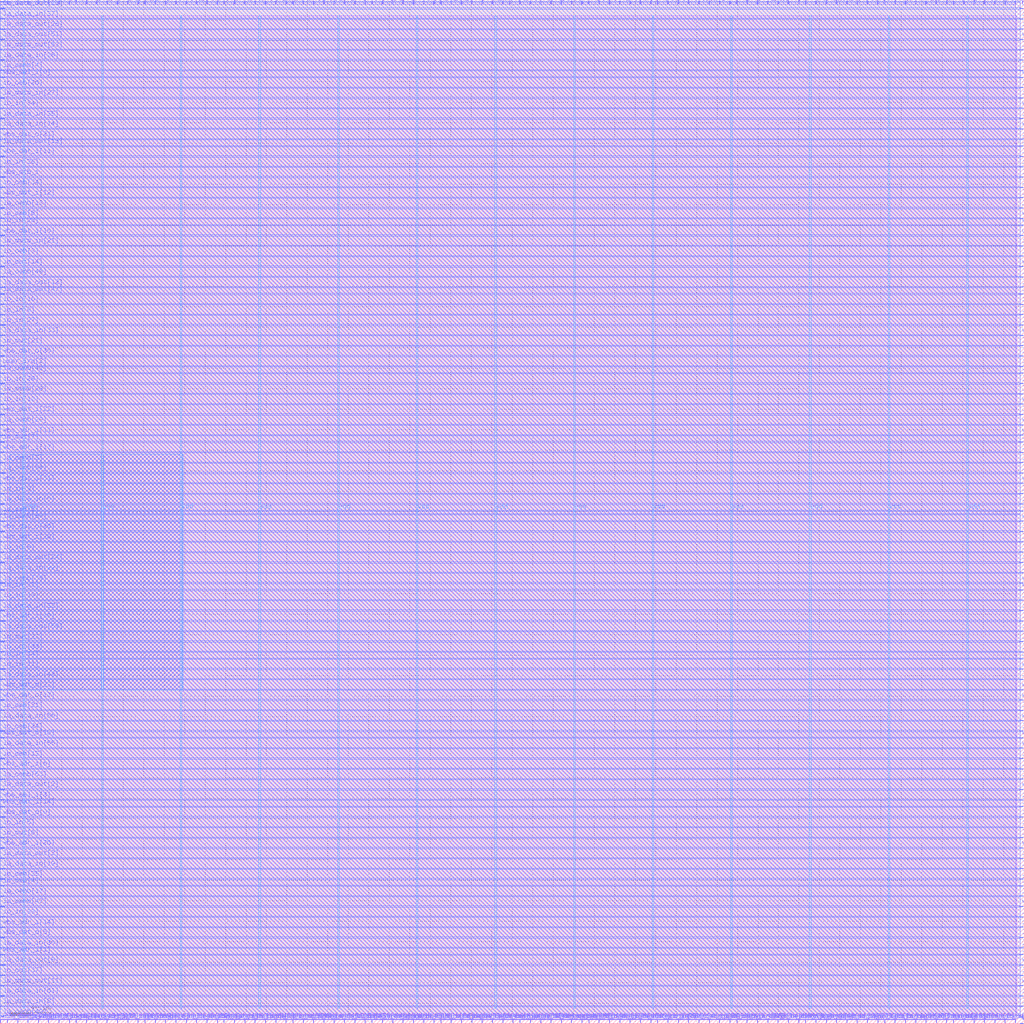
<source format=lef>
VERSION 5.7 ;
  NOWIREEXTENSIONATPIN ON ;
  DIVIDERCHAR "/" ;
  BUSBITCHARS "[]" ;
MACRO tiny_user_project
  CLASS BLOCK ;
  FOREIGN tiny_user_project ;
  ORIGIN 0.000 0.000 ;
  SIZE 1000.000 BY 1000.000 ;
  PIN io_in[0]
    DIRECTION INPUT ;
    USE SIGNAL ;
    PORT
      LAYER Metal3 ;
        RECT 1.000 692.160 4.000 692.720 ;
    END
  END io_in[0]
  PIN io_in[10]
    DIRECTION INPUT ;
    USE SIGNAL ;
    PORT
      LAYER Metal3 ;
        RECT 1.000 702.240 4.000 702.800 ;
    END
  END io_in[10]
  PIN io_in[11]
    DIRECTION INPUT ;
    USE SIGNAL ;
    PORT
      LAYER Metal3 ;
        RECT 1.000 346.080 4.000 346.640 ;
    END
  END io_in[11]
  PIN io_in[12]
    DIRECTION INPUT ;
    USE SIGNAL ;
    PORT
      LAYER Metal3 ;
        RECT 1.000 604.800 4.000 605.360 ;
    END
  END io_in[12]
  PIN io_in[13]
    DIRECTION INPUT ;
    USE SIGNAL ;
    PORT
      LAYER Metal3 ;
        RECT 1.000 413.280 4.000 413.840 ;
    END
  END io_in[13]
  PIN io_in[14]
    DIRECTION INPUT ;
    USE SIGNAL ;
    PORT
      LAYER Metal3 ;
        RECT 1.000 356.160 4.000 356.720 ;
    END
  END io_in[14]
  PIN io_in[15]
    DIRECTION INPUT ;
    USE SIGNAL ;
    PORT
      LAYER Metal2 ;
        RECT 527.520 996.000 528.080 999.000 ;
    END
  END io_in[15]
  PIN io_in[16]
    DIRECTION INPUT ;
    USE SIGNAL ;
    PORT
      LAYER Metal3 ;
        RECT 996.000 201.600 999.000 202.160 ;
    END
  END io_in[16]
  PIN io_in[17]
    DIRECTION INPUT ;
    USE SIGNAL ;
    PORT
      LAYER Metal3 ;
        RECT 996.000 940.800 999.000 941.360 ;
    END
  END io_in[17]
  PIN io_in[18]
    DIRECTION INPUT ;
    USE SIGNAL ;
    PORT
      LAYER Metal2 ;
        RECT 672.000 996.000 672.560 999.000 ;
    END
  END io_in[18]
  PIN io_in[19]
    DIRECTION INPUT ;
    USE SIGNAL ;
    PORT
      LAYER Metal2 ;
        RECT 981.120 1.000 981.680 4.000 ;
    END
  END io_in[19]
  PIN io_in[1]
    DIRECTION INPUT ;
    USE SIGNAL ;
    PORT
      LAYER Metal2 ;
        RECT 124.320 996.000 124.880 999.000 ;
    END
  END io_in[1]
  PIN io_in[20]
    DIRECTION INPUT ;
    USE SIGNAL ;
    PORT
      LAYER Metal2 ;
        RECT 796.320 996.000 796.880 999.000 ;
    END
  END io_in[20]
  PIN io_in[21]
    DIRECTION INPUT ;
    USE SIGNAL ;
    PORT
      LAYER Metal2 ;
        RECT 702.240 1.000 702.800 4.000 ;
    END
  END io_in[21]
  PIN io_in[22]
    DIRECTION INPUT ;
    USE SIGNAL ;
    PORT
      LAYER Metal2 ;
        RECT 997.920 996.000 998.480 999.000 ;
    END
  END io_in[22]
  PIN io_in[23]
    DIRECTION INPUT ;
    USE SIGNAL ;
    PORT
      LAYER Metal3 ;
        RECT 996.000 863.520 999.000 864.080 ;
    END
  END io_in[23]
  PIN io_in[24]
    DIRECTION INPUT ;
    USE SIGNAL ;
    PORT
      LAYER Metal2 ;
        RECT 826.560 1.000 827.120 4.000 ;
    END
  END io_in[24]
  PIN io_in[25]
    DIRECTION INPUT ;
    USE SIGNAL ;
    PORT
      LAYER Metal2 ;
        RECT 134.400 1.000 134.960 4.000 ;
    END
  END io_in[25]
  PIN io_in[26]
    DIRECTION INPUT ;
    USE SIGNAL ;
    PORT
      LAYER Metal3 ;
        RECT 1.000 836.640 4.000 837.200 ;
    END
  END io_in[26]
  PIN io_in[27]
    DIRECTION INPUT ;
    USE SIGNAL ;
    PORT
      LAYER Metal3 ;
        RECT 1.000 682.080 4.000 682.640 ;
    END
  END io_in[27]
  PIN io_in[28]
    DIRECTION INPUT ;
    USE SIGNAL ;
    PORT
      LAYER Metal3 ;
        RECT 1.000 779.520 4.000 780.080 ;
    END
  END io_in[28]
  PIN io_in[29]
    DIRECTION INPUT ;
    USE SIGNAL ;
    PORT
      LAYER Metal3 ;
        RECT 1.000 624.960 4.000 625.520 ;
    END
  END io_in[29]
  PIN io_in[2]
    DIRECTION INPUT ;
    USE SIGNAL ;
    PORT
      LAYER Metal3 ;
        RECT 996.000 991.200 999.000 991.760 ;
    END
  END io_in[2]
  PIN io_in[30]
    DIRECTION INPUT ;
    USE SIGNAL ;
    PORT
      LAYER Metal2 ;
        RECT 651.840 1.000 652.400 4.000 ;
    END
  END io_in[30]
  PIN io_in[31]
    DIRECTION INPUT ;
    USE SIGNAL ;
    PORT
      LAYER Metal3 ;
        RECT 1.000 423.360 4.000 423.920 ;
    END
  END io_in[31]
  PIN io_in[32]
    DIRECTION INPUT ;
    USE SIGNAL ;
    PORT
      LAYER Metal2 ;
        RECT 846.720 1.000 847.280 4.000 ;
    END
  END io_in[32]
  PIN io_in[33]
    DIRECTION INPUT ;
    USE SIGNAL ;
    PORT
      LAYER Metal3 ;
        RECT 1.000 104.160 4.000 104.720 ;
    END
  END io_in[33]
  PIN io_in[34]
    DIRECTION INPUT ;
    USE SIGNAL ;
    PORT
      LAYER Metal3 ;
        RECT 1.000 893.760 4.000 894.320 ;
    END
  END io_in[34]
  PIN io_in[35]
    DIRECTION INPUT ;
    USE SIGNAL ;
    PORT
      LAYER Metal2 ;
        RECT 893.760 996.000 894.320 999.000 ;
    END
  END io_in[35]
  PIN io_in[36]
    DIRECTION INPUT ;
    USE SIGNAL ;
    PORT
      LAYER Metal3 ;
        RECT 996.000 883.680 999.000 884.240 ;
    END
  END io_in[36]
  PIN io_in[37]
    DIRECTION INPUT ;
    USE SIGNAL ;
    PORT
      LAYER Metal3 ;
        RECT 996.000 759.360 999.000 759.920 ;
    END
  END io_in[37]
  PIN io_in[3]
    DIRECTION INPUT ;
    USE SIGNAL ;
    PORT
      LAYER Metal3 ;
        RECT 996.000 981.120 999.000 981.680 ;
    END
  END io_in[3]
  PIN io_in[4]
    DIRECTION INPUT ;
    USE SIGNAL ;
    PORT
      LAYER Metal3 ;
        RECT 996.000 450.240 999.000 450.800 ;
    END
  END io_in[4]
  PIN io_in[5]
    DIRECTION INPUT ;
    USE SIGNAL ;
    PORT
      LAYER Metal3 ;
        RECT 1.000 191.520 4.000 192.080 ;
    END
  END io_in[5]
  PIN io_in[6]
    DIRECTION INPUT ;
    USE SIGNAL ;
    PORT
      LAYER Metal3 ;
        RECT 996.000 191.520 999.000 192.080 ;
    END
  END io_in[6]
  PIN io_in[7]
    DIRECTION INPUT ;
    USE SIGNAL ;
    PORT
      LAYER Metal2 ;
        RECT 816.480 996.000 817.040 999.000 ;
    END
  END io_in[7]
  PIN io_in[8]
    DIRECTION INPUT ;
    USE SIGNAL ;
    PORT
      LAYER Metal3 ;
        RECT 1.000 460.320 4.000 460.880 ;
    END
  END io_in[8]
  PIN io_in[9]
    DIRECTION INPUT ;
    USE SIGNAL ;
    PORT
      LAYER Metal3 ;
        RECT 1.000 517.440 4.000 518.000 ;
    END
  END io_in[9]
  PIN io_oeb[0]
    DIRECTION OUTPUT TRISTATE ;
    USE SIGNAL ;
    PORT
      LAYER Metal3 ;
        RECT 996.000 702.240 999.000 702.800 ;
    END
  END io_oeb[0]
  PIN io_oeb[10]
    DIRECTION OUTPUT TRISTATE ;
    USE SIGNAL ;
    PORT
      LAYER Metal3 ;
        RECT 996.000 641.760 999.000 642.320 ;
    END
  END io_oeb[10]
  PIN io_oeb[11]
    DIRECTION OUTPUT TRISTATE ;
    USE SIGNAL ;
    PORT
      LAYER Metal2 ;
        RECT 36.960 996.000 37.520 999.000 ;
    END
  END io_oeb[11]
  PIN io_oeb[12]
    DIRECTION OUTPUT TRISTATE ;
    USE SIGNAL ;
    PORT
      LAYER Metal2 ;
        RECT 614.880 1.000 615.440 4.000 ;
    END
  END io_oeb[12]
  PIN io_oeb[13]
    DIRECTION OUTPUT TRISTATE ;
    USE SIGNAL ;
    PORT
      LAYER Metal3 ;
        RECT 1.000 258.720 4.000 259.280 ;
    END
  END io_oeb[13]
  PIN io_oeb[14]
    DIRECTION OUTPUT TRISTATE ;
    USE SIGNAL ;
    PORT
      LAYER Metal2 ;
        RECT 913.920 1.000 914.480 4.000 ;
    END
  END io_oeb[14]
  PIN io_oeb[15]
    DIRECTION OUTPUT TRISTATE ;
    USE SIGNAL ;
    PORT
      LAYER Metal2 ;
        RECT 635.040 996.000 635.600 999.000 ;
    END
  END io_oeb[15]
  PIN io_oeb[16]
    DIRECTION OUTPUT TRISTATE ;
    USE SIGNAL ;
    PORT
      LAYER Metal2 ;
        RECT 285.600 1.000 286.160 4.000 ;
    END
  END io_oeb[16]
  PIN io_oeb[17]
    DIRECTION OUTPUT TRISTATE ;
    USE SIGNAL ;
    PORT
      LAYER Metal2 ;
        RECT 94.080 1.000 94.640 4.000 ;
    END
  END io_oeb[17]
  PIN io_oeb[18]
    DIRECTION OUTPUT TRISTATE ;
    USE SIGNAL ;
    PORT
      LAYER Metal2 ;
        RECT 47.040 996.000 47.600 999.000 ;
    END
  END io_oeb[18]
  PIN io_oeb[19]
    DIRECTION OUTPUT TRISTATE ;
    USE SIGNAL ;
    PORT
      LAYER Metal2 ;
        RECT 356.160 996.000 356.720 999.000 ;
    END
  END io_oeb[19]
  PIN io_oeb[1]
    DIRECTION OUTPUT TRISTATE ;
    USE SIGNAL ;
    PORT
      LAYER Metal2 ;
        RECT 268.800 996.000 269.360 999.000 ;
    END
  END io_oeb[1]
  PIN io_oeb[20]
    DIRECTION OUTPUT TRISTATE ;
    USE SIGNAL ;
    PORT
      LAYER Metal2 ;
        RECT 574.560 996.000 575.120 999.000 ;
    END
  END io_oeb[20]
  PIN io_oeb[21]
    DIRECTION OUTPUT TRISTATE ;
    USE SIGNAL ;
    PORT
      LAYER Metal2 ;
        RECT 856.800 1.000 857.360 4.000 ;
    END
  END io_oeb[21]
  PIN io_oeb[22]
    DIRECTION OUTPUT TRISTATE ;
    USE SIGNAL ;
    PORT
      LAYER Metal3 ;
        RECT 996.000 258.720 999.000 259.280 ;
    END
  END io_oeb[22]
  PIN io_oeb[23]
    DIRECTION OUTPUT TRISTATE ;
    USE SIGNAL ;
    PORT
      LAYER Metal2 ;
        RECT 971.040 996.000 971.600 999.000 ;
    END
  END io_oeb[23]
  PIN io_oeb[24]
    DIRECTION OUTPUT TRISTATE ;
    USE SIGNAL ;
    PORT
      LAYER Metal3 ;
        RECT 1.000 285.600 4.000 286.160 ;
    END
  END io_oeb[24]
  PIN io_oeb[25]
    DIRECTION OUTPUT TRISTATE ;
    USE SIGNAL ;
    PORT
      LAYER Metal3 ;
        RECT 1.000 141.120 4.000 141.680 ;
    END
  END io_oeb[25]
  PIN io_oeb[26]
    DIRECTION OUTPUT TRISTATE ;
    USE SIGNAL ;
    PORT
      LAYER Metal3 ;
        RECT 1.000 913.920 4.000 914.480 ;
    END
  END io_oeb[26]
  PIN io_oeb[27]
    DIRECTION OUTPUT TRISTATE ;
    USE SIGNAL ;
    PORT
      LAYER Metal2 ;
        RECT 836.640 1.000 837.200 4.000 ;
    END
  END io_oeb[27]
  PIN io_oeb[28]
    DIRECTION OUTPUT TRISTATE ;
    USE SIGNAL ;
    PORT
      LAYER Metal2 ;
        RECT 16.800 996.000 17.360 999.000 ;
    END
  END io_oeb[28]
  PIN io_oeb[29]
    DIRECTION OUTPUT TRISTATE ;
    USE SIGNAL ;
    PORT
      LAYER Metal3 ;
        RECT 996.000 507.360 999.000 507.920 ;
    END
  END io_oeb[29]
  PIN io_oeb[2]
    DIRECTION OUTPUT TRISTATE ;
    USE SIGNAL ;
    PORT
      LAYER Metal3 ;
        RECT 996.000 383.040 999.000 383.600 ;
    END
  END io_oeb[2]
  PIN io_oeb[30]
    DIRECTION OUTPUT TRISTATE ;
    USE SIGNAL ;
    PORT
      LAYER Metal2 ;
        RECT 940.800 1.000 941.360 4.000 ;
    END
  END io_oeb[30]
  PIN io_oeb[31]
    DIRECTION OUTPUT TRISTATE ;
    USE SIGNAL ;
    PORT
      LAYER Metal3 ;
        RECT 1.000 305.760 4.000 306.320 ;
    END
  END io_oeb[31]
  PIN io_oeb[32]
    DIRECTION OUTPUT TRISTATE ;
    USE SIGNAL ;
    PORT
      LAYER Metal2 ;
        RECT 873.600 996.000 874.160 999.000 ;
    END
  END io_oeb[32]
  PIN io_oeb[33]
    DIRECTION OUTPUT TRISTATE ;
    USE SIGNAL ;
    PORT
      LAYER Metal3 ;
        RECT 996.000 161.280 999.000 161.840 ;
    END
  END io_oeb[33]
  PIN io_oeb[34]
    DIRECTION OUTPUT TRISTATE ;
    USE SIGNAL ;
    PORT
      LAYER Metal3 ;
        RECT 1.000 816.480 4.000 817.040 ;
    END
  END io_oeb[34]
  PIN io_oeb[35]
    DIRECTION OUTPUT TRISTATE ;
    USE SIGNAL ;
    PORT
      LAYER Metal3 ;
        RECT 996.000 903.840 999.000 904.400 ;
    END
  END io_oeb[35]
  PIN io_oeb[36]
    DIRECTION OUTPUT TRISTATE ;
    USE SIGNAL ;
    PORT
      LAYER Metal2 ;
        RECT 557.760 996.000 558.320 999.000 ;
    END
  END io_oeb[36]
  PIN io_oeb[37]
    DIRECTION OUTPUT TRISTATE ;
    USE SIGNAL ;
    PORT
      LAYER Metal3 ;
        RECT 996.000 403.200 999.000 403.760 ;
    END
  END io_oeb[37]
  PIN io_oeb[3]
    DIRECTION OUTPUT TRISTATE ;
    USE SIGNAL ;
    PORT
      LAYER Metal3 ;
        RECT 1.000 749.280 4.000 749.840 ;
    END
  END io_oeb[3]
  PIN io_oeb[4]
    DIRECTION OUTPUT TRISTATE ;
    USE SIGNAL ;
    PORT
      LAYER Metal3 ;
        RECT 1.000 134.400 4.000 134.960 ;
    END
  END io_oeb[4]
  PIN io_oeb[5]
    DIRECTION OUTPUT TRISTATE ;
    USE SIGNAL ;
    PORT
      LAYER Metal2 ;
        RECT 729.120 996.000 729.680 999.000 ;
    END
  END io_oeb[5]
  PIN io_oeb[6]
    DIRECTION OUTPUT TRISTATE ;
    USE SIGNAL ;
    PORT
      LAYER Metal3 ;
        RECT 1.000 786.240 4.000 786.800 ;
    END
  END io_oeb[6]
  PIN io_oeb[7]
    DIRECTION OUTPUT TRISTATE ;
    USE SIGNAL ;
    PORT
      LAYER Metal2 ;
        RECT 480.480 996.000 481.040 999.000 ;
    END
  END io_oeb[7]
  PIN io_oeb[8]
    DIRECTION OUTPUT TRISTATE ;
    USE SIGNAL ;
    PORT
      LAYER Metal3 ;
        RECT 1.000 497.280 4.000 497.840 ;
    END
  END io_oeb[8]
  PIN io_oeb[9]
    DIRECTION OUTPUT TRISTATE ;
    USE SIGNAL ;
    PORT
      LAYER Metal3 ;
        RECT 996.000 971.040 999.000 971.600 ;
    END
  END io_oeb[9]
  PIN io_out[0]
    DIRECTION OUTPUT TRISTATE ;
    USE SIGNAL ;
    PORT
      LAYER Metal2 ;
        RECT 161.280 996.000 161.840 999.000 ;
    END
  END io_out[0]
  PIN io_out[10]
    DIRECTION OUTPUT TRISTATE ;
    USE SIGNAL ;
    PORT
      LAYER Metal2 ;
        RECT 305.760 996.000 306.320 999.000 ;
    END
  END io_out[10]
  PIN io_out[11]
    DIRECTION OUTPUT TRISTATE ;
    USE SIGNAL ;
    PORT
      LAYER Metal2 ;
        RECT 641.760 1.000 642.320 4.000 ;
    END
  END io_out[11]
  PIN io_out[12]
    DIRECTION OUTPUT TRISTATE ;
    USE SIGNAL ;
    PORT
      LAYER Metal2 ;
        RECT 981.120 996.000 981.680 999.000 ;
    END
  END io_out[12]
  PIN io_out[13]
    DIRECTION OUTPUT TRISTATE ;
    USE SIGNAL ;
    PORT
      LAYER Metal3 ;
        RECT 1.000 997.920 4.000 998.480 ;
    END
  END io_out[13]
  PIN io_out[14]
    DIRECTION OUTPUT TRISTATE ;
    USE SIGNAL ;
    PORT
      LAYER Metal3 ;
        RECT 1.000 739.200 4.000 739.760 ;
    END
  END io_out[14]
  PIN io_out[15]
    DIRECTION OUTPUT TRISTATE ;
    USE SIGNAL ;
    PORT
      LAYER Metal2 ;
        RECT 403.200 1.000 403.760 4.000 ;
    END
  END io_out[15]
  PIN io_out[16]
    DIRECTION OUTPUT TRISTATE ;
    USE SIGNAL ;
    PORT
      LAYER Metal3 ;
        RECT 996.000 836.640 999.000 837.200 ;
    END
  END io_out[16]
  PIN io_out[17]
    DIRECTION OUTPUT TRISTATE ;
    USE SIGNAL ;
    PORT
      LAYER Metal2 ;
        RECT 114.240 1.000 114.800 4.000 ;
    END
  END io_out[17]
  PIN io_out[18]
    DIRECTION OUTPUT TRISTATE ;
    USE SIGNAL ;
    PORT
      LAYER Metal2 ;
        RECT 930.720 1.000 931.280 4.000 ;
    END
  END io_out[18]
  PIN io_out[19]
    DIRECTION OUTPUT TRISTATE ;
    USE SIGNAL ;
    PORT
      LAYER Metal2 ;
        RECT 218.400 996.000 218.960 999.000 ;
    END
  END io_out[19]
  PIN io_out[1]
    DIRECTION OUTPUT TRISTATE ;
    USE SIGNAL ;
    PORT
      LAYER Metal2 ;
        RECT 67.200 1.000 67.760 4.000 ;
    END
  END io_out[1]
  PIN io_out[20]
    DIRECTION OUTPUT TRISTATE ;
    USE SIGNAL ;
    PORT
      LAYER Metal3 ;
        RECT 996.000 94.080 999.000 94.640 ;
    END
  END io_out[20]
  PIN io_out[21]
    DIRECTION OUTPUT TRISTATE ;
    USE SIGNAL ;
    PORT
      LAYER Metal3 ;
        RECT 1.000 661.920 4.000 662.480 ;
    END
  END io_out[21]
  PIN io_out[22]
    DIRECTION OUTPUT TRISTATE ;
    USE SIGNAL ;
    PORT
      LAYER Metal3 ;
        RECT 996.000 218.400 999.000 218.960 ;
    END
  END io_out[22]
  PIN io_out[23]
    DIRECTION OUTPUT TRISTATE ;
    USE SIGNAL ;
    PORT
      LAYER Metal3 ;
        RECT 1.000 372.960 4.000 373.520 ;
    END
  END io_out[23]
  PIN io_out[24]
    DIRECTION OUTPUT TRISTATE ;
    USE SIGNAL ;
    PORT
      LAYER Metal2 ;
        RECT 873.600 1.000 874.160 4.000 ;
    END
  END io_out[24]
  PIN io_out[25]
    DIRECTION OUTPUT TRISTATE ;
    USE SIGNAL ;
    PORT
      LAYER Metal3 ;
        RECT 996.000 26.880 999.000 27.440 ;
    END
  END io_out[25]
  PIN io_out[26]
    DIRECTION OUTPUT TRISTATE ;
    USE SIGNAL ;
    PORT
      LAYER Metal2 ;
        RECT 423.360 1.000 423.920 4.000 ;
    END
  END io_out[26]
  PIN io_out[27]
    DIRECTION OUTPUT TRISTATE ;
    USE SIGNAL ;
    PORT
      LAYER Metal2 ;
        RECT 336.000 1.000 336.560 4.000 ;
    END
  END io_out[27]
  PIN io_out[28]
    DIRECTION OUTPUT TRISTATE ;
    USE SIGNAL ;
    PORT
      LAYER Metal2 ;
        RECT 702.240 996.000 702.800 999.000 ;
    END
  END io_out[28]
  PIN io_out[29]
    DIRECTION OUTPUT TRISTATE ;
    USE SIGNAL ;
    PORT
      LAYER Metal2 ;
        RECT 682.080 1.000 682.640 4.000 ;
    END
  END io_out[29]
  PIN io_out[2]
    DIRECTION OUTPUT TRISTATE ;
    USE SIGNAL ;
    PORT
      LAYER Metal3 ;
        RECT 996.000 356.160 999.000 356.720 ;
    END
  END io_out[2]
  PIN io_out[30]
    DIRECTION OUTPUT TRISTATE ;
    USE SIGNAL ;
    PORT
      LAYER Metal2 ;
        RECT 913.920 996.000 914.480 999.000 ;
    END
  END io_out[30]
  PIN io_out[31]
    DIRECTION OUTPUT TRISTATE ;
    USE SIGNAL ;
    PORT
      LAYER Metal2 ;
        RECT 356.160 1.000 356.720 4.000 ;
    END
  END io_out[31]
  PIN io_out[32]
    DIRECTION OUTPUT TRISTATE ;
    USE SIGNAL ;
    PORT
      LAYER Metal2 ;
        RECT 624.960 996.000 625.520 999.000 ;
    END
  END io_out[32]
  PIN io_out[33]
    DIRECTION OUTPUT TRISTATE ;
    USE SIGNAL ;
    PORT
      LAYER Metal3 ;
        RECT 1.000 362.880 4.000 363.440 ;
    END
  END io_out[33]
  PIN io_out[34]
    DIRECTION OUTPUT TRISTATE ;
    USE SIGNAL ;
    PORT
      LAYER Metal2 ;
        RECT 661.920 1.000 662.480 4.000 ;
    END
  END io_out[34]
  PIN io_out[35]
    DIRECTION OUTPUT TRISTATE ;
    USE SIGNAL ;
    PORT
      LAYER Metal2 ;
        RECT 594.720 1.000 595.280 4.000 ;
    END
  END io_out[35]
  PIN io_out[36]
    DIRECTION OUTPUT TRISTATE ;
    USE SIGNAL ;
    PORT
      LAYER Metal2 ;
        RECT 238.560 1.000 239.120 4.000 ;
    END
  END io_out[36]
  PIN io_out[37]
    DIRECTION OUTPUT TRISTATE ;
    USE SIGNAL ;
    PORT
      LAYER Metal3 ;
        RECT 1.000 47.040 4.000 47.600 ;
    END
  END io_out[37]
  PIN io_out[3]
    DIRECTION OUTPUT TRISTATE ;
    USE SIGNAL ;
    PORT
      LAYER Metal2 ;
        RECT 460.320 996.000 460.880 999.000 ;
    END
  END io_out[3]
  PIN io_out[4]
    DIRECTION OUTPUT TRISTATE ;
    USE SIGNAL ;
    PORT
      LAYER Metal2 ;
        RECT 460.320 1.000 460.880 4.000 ;
    END
  END io_out[4]
  PIN io_out[5]
    DIRECTION OUTPUT TRISTATE ;
    USE SIGNAL ;
    PORT
      LAYER Metal2 ;
        RECT 423.360 996.000 423.920 999.000 ;
    END
  END io_out[5]
  PIN io_out[6]
    DIRECTION OUTPUT TRISTATE ;
    USE SIGNAL ;
    PORT
      LAYER Metal3 ;
        RECT 1.000 181.440 4.000 182.000 ;
    END
  END io_out[6]
  PIN io_out[7]
    DIRECTION OUTPUT TRISTATE ;
    USE SIGNAL ;
    PORT
      LAYER Metal3 ;
        RECT 1.000 567.840 4.000 568.400 ;
    END
  END io_out[7]
  PIN io_out[8]
    DIRECTION OUTPUT TRISTATE ;
    USE SIGNAL ;
    PORT
      LAYER Metal2 ;
        RECT 729.120 1.000 729.680 4.000 ;
    END
  END io_out[8]
  PIN io_out[9]
    DIRECTION OUTPUT TRISTATE ;
    USE SIGNAL ;
    PORT
      LAYER Metal2 ;
        RECT 258.720 1.000 259.280 4.000 ;
    END
  END io_out[9]
  PIN la_data_in[0]
    DIRECTION INPUT ;
    USE SIGNAL ;
    PORT
      LAYER Metal3 ;
        RECT 1.000 507.360 4.000 507.920 ;
    END
  END la_data_in[0]
  PIN la_data_in[10]
    DIRECTION INPUT ;
    USE SIGNAL ;
    PORT
      LAYER Metal3 ;
        RECT 996.000 930.720 999.000 931.280 ;
    END
  END la_data_in[10]
  PIN la_data_in[11]
    DIRECTION INPUT ;
    USE SIGNAL ;
    PORT
      LAYER Metal3 ;
        RECT 996.000 440.160 999.000 440.720 ;
    END
  END la_data_in[11]
  PIN la_data_in[12]
    DIRECTION INPUT ;
    USE SIGNAL ;
    PORT
      LAYER Metal2 ;
        RECT 305.760 1.000 306.320 4.000 ;
    END
  END la_data_in[12]
  PIN la_data_in[13]
    DIRECTION INPUT ;
    USE SIGNAL ;
    PORT
      LAYER Metal2 ;
        RECT 403.200 996.000 403.760 999.000 ;
    END
  END la_data_in[13]
  PIN la_data_in[14]
    DIRECTION INPUT ;
    USE SIGNAL ;
    PORT
      LAYER Metal3 ;
        RECT 1.000 873.600 4.000 874.160 ;
    END
  END la_data_in[14]
  PIN la_data_in[15]
    DIRECTION INPUT ;
    USE SIGNAL ;
    PORT
      LAYER Metal3 ;
        RECT 996.000 719.040 999.000 719.600 ;
    END
  END la_data_in[15]
  PIN la_data_in[16]
    DIRECTION INPUT ;
    USE SIGNAL ;
    PORT
      LAYER Metal2 ;
        RECT 94.080 996.000 94.640 999.000 ;
    END
  END la_data_in[16]
  PIN la_data_in[17]
    DIRECTION INPUT ;
    USE SIGNAL ;
    PORT
      LAYER Metal3 ;
        RECT 996.000 151.200 999.000 151.760 ;
    END
  END la_data_in[17]
  PIN la_data_in[18]
    DIRECTION INPUT ;
    USE SIGNAL ;
    PORT
      LAYER Metal2 ;
        RECT 497.280 996.000 497.840 999.000 ;
    END
  END la_data_in[18]
  PIN la_data_in[19]
    DIRECTION INPUT ;
    USE SIGNAL ;
    PORT
      LAYER Metal3 ;
        RECT 1.000 151.200 4.000 151.760 ;
    END
  END la_data_in[19]
  PIN la_data_in[1]
    DIRECTION INPUT ;
    USE SIGNAL ;
    PORT
      LAYER Metal2 ;
        RECT 228.480 996.000 229.040 999.000 ;
    END
  END la_data_in[1]
  PIN la_data_in[20]
    DIRECTION INPUT ;
    USE SIGNAL ;
    PORT
      LAYER Metal3 ;
        RECT 996.000 211.680 999.000 212.240 ;
    END
  END la_data_in[20]
  PIN la_data_in[21]
    DIRECTION INPUT ;
    USE SIGNAL ;
    PORT
      LAYER Metal3 ;
        RECT 1.000 759.360 4.000 759.920 ;
    END
  END la_data_in[21]
  PIN la_data_in[22]
    DIRECTION INPUT ;
    USE SIGNAL ;
    PORT
      LAYER Metal3 ;
        RECT 1.000 440.160 4.000 440.720 ;
    END
  END la_data_in[22]
  PIN la_data_in[23]
    DIRECTION INPUT ;
    USE SIGNAL ;
    PORT
      LAYER Metal3 ;
        RECT 996.000 749.280 999.000 749.840 ;
    END
  END la_data_in[23]
  PIN la_data_in[24]
    DIRECTION INPUT ;
    USE SIGNAL ;
    PORT
      LAYER Metal2 ;
        RECT 507.360 996.000 507.920 999.000 ;
    END
  END la_data_in[24]
  PIN la_data_in[25]
    DIRECTION INPUT ;
    USE SIGNAL ;
    PORT
      LAYER Metal2 ;
        RECT 211.680 996.000 212.240 999.000 ;
    END
  END la_data_in[25]
  PIN la_data_in[26]
    DIRECTION INPUT ;
    USE SIGNAL ;
    PORT
      LAYER Metal2 ;
        RECT 614.880 996.000 615.440 999.000 ;
    END
  END la_data_in[26]
  PIN la_data_in[27]
    DIRECTION INPUT ;
    USE SIGNAL ;
    PORT
      LAYER Metal3 ;
        RECT 1.000 903.840 4.000 904.400 ;
    END
  END la_data_in[27]
  PIN la_data_in[28]
    DIRECTION INPUT ;
    USE SIGNAL ;
    PORT
      LAYER Metal3 ;
        RECT 1.000 940.800 4.000 941.360 ;
    END
  END la_data_in[28]
  PIN la_data_in[29]
    DIRECTION INPUT ;
    USE SIGNAL ;
    PORT
      LAYER Metal3 ;
        RECT 996.000 248.640 999.000 249.200 ;
    END
  END la_data_in[29]
  PIN la_data_in[2]
    DIRECTION INPUT ;
    USE SIGNAL ;
    PORT
      LAYER Metal2 ;
        RECT 440.160 996.000 440.720 999.000 ;
    END
  END la_data_in[2]
  PIN la_data_in[30]
    DIRECTION INPUT ;
    USE SIGNAL ;
    PORT
      LAYER Metal3 ;
        RECT 1.000 73.920 4.000 74.480 ;
    END
  END la_data_in[30]
  PIN la_data_in[31]
    DIRECTION INPUT ;
    USE SIGNAL ;
    PORT
      LAYER Metal2 ;
        RECT 846.720 996.000 847.280 999.000 ;
    END
  END la_data_in[31]
  PIN la_data_in[32]
    DIRECTION INPUT ;
    USE SIGNAL ;
    PORT
      LAYER Metal3 ;
        RECT 1.000 403.200 4.000 403.760 ;
    END
  END la_data_in[32]
  PIN la_data_in[33]
    DIRECTION INPUT ;
    USE SIGNAL ;
    PORT
      LAYER Metal3 ;
        RECT 1.000 672.000 4.000 672.560 ;
    END
  END la_data_in[33]
  PIN la_data_in[34]
    DIRECTION INPUT ;
    USE SIGNAL ;
    PORT
      LAYER Metal2 ;
        RECT 73.920 996.000 74.480 999.000 ;
    END
  END la_data_in[34]
  PIN la_data_in[35]
    DIRECTION INPUT ;
    USE SIGNAL ;
    PORT
      LAYER Metal3 ;
        RECT 1.000 883.680 4.000 884.240 ;
    END
  END la_data_in[35]
  PIN la_data_in[36]
    DIRECTION INPUT ;
    USE SIGNAL ;
    PORT
      LAYER Metal2 ;
        RECT 712.320 1.000 712.880 4.000 ;
    END
  END la_data_in[36]
  PIN la_data_in[37]
    DIRECTION INPUT ;
    USE SIGNAL ;
    PORT
      LAYER Metal3 ;
        RECT 1.000 981.120 4.000 981.680 ;
    END
  END la_data_in[37]
  PIN la_data_in[38]
    DIRECTION INPUT ;
    USE SIGNAL ;
    PORT
      LAYER Metal2 ;
        RECT 450.240 1.000 450.800 4.000 ;
    END
  END la_data_in[38]
  PIN la_data_in[39]
    DIRECTION INPUT ;
    USE SIGNAL ;
    PORT
      LAYER Metal2 ;
        RECT 547.680 996.000 548.240 999.000 ;
    END
  END la_data_in[39]
  PIN la_data_in[3]
    DIRECTION INPUT ;
    USE SIGNAL ;
    PORT
      LAYER Metal3 ;
        RECT 996.000 547.680 999.000 548.240 ;
    END
  END la_data_in[3]
  PIN la_data_in[40]
    DIRECTION INPUT ;
    USE SIGNAL ;
    PORT
      LAYER Metal2 ;
        RECT 346.080 1.000 346.640 4.000 ;
    END
  END la_data_in[40]
  PIN la_data_in[41]
    DIRECTION INPUT ;
    USE SIGNAL ;
    PORT
      LAYER Metal2 ;
        RECT 480.480 1.000 481.040 4.000 ;
    END
  END la_data_in[41]
  PIN la_data_in[42]
    DIRECTION INPUT ;
    USE SIGNAL ;
    PORT
      LAYER Metal3 ;
        RECT 1.000 336.000 4.000 336.560 ;
    END
  END la_data_in[42]
  PIN la_data_in[43]
    DIRECTION INPUT ;
    USE SIGNAL ;
    PORT
      LAYER Metal2 ;
        RECT 940.800 996.000 941.360 999.000 ;
    END
  END la_data_in[43]
  PIN la_data_in[44]
    DIRECTION INPUT ;
    USE SIGNAL ;
    PORT
      LAYER Metal3 ;
        RECT 996.000 6.720 999.000 7.280 ;
    END
  END la_data_in[44]
  PIN la_data_in[45]
    DIRECTION INPUT ;
    USE SIGNAL ;
    PORT
      LAYER Metal2 ;
        RECT 325.920 1.000 326.480 4.000 ;
    END
  END la_data_in[45]
  PIN la_data_in[46]
    DIRECTION INPUT ;
    USE SIGNAL ;
    PORT
      LAYER Metal3 ;
        RECT 996.000 729.120 999.000 729.680 ;
    END
  END la_data_in[46]
  PIN la_data_in[47]
    DIRECTION INPUT ;
    USE SIGNAL ;
    PORT
      LAYER Metal2 ;
        RECT 624.960 1.000 625.520 4.000 ;
    END
  END la_data_in[47]
  PIN la_data_in[48]
    DIRECTION INPUT ;
    USE SIGNAL ;
    PORT
      LAYER Metal2 ;
        RECT 470.400 996.000 470.960 999.000 ;
    END
  END la_data_in[48]
  PIN la_data_in[49]
    DIRECTION INPUT ;
    USE SIGNAL ;
    PORT
      LAYER Metal2 ;
        RECT 383.040 996.000 383.600 999.000 ;
    END
  END la_data_in[49]
  PIN la_data_in[4]
    DIRECTION INPUT ;
    USE SIGNAL ;
    PORT
      LAYER Metal2 ;
        RECT 84.000 996.000 84.560 999.000 ;
    END
  END la_data_in[4]
  PIN la_data_in[50]
    DIRECTION INPUT ;
    USE SIGNAL ;
    PORT
      LAYER Metal2 ;
        RECT 393.120 996.000 393.680 999.000 ;
    END
  END la_data_in[50]
  PIN la_data_in[51]
    DIRECTION INPUT ;
    USE SIGNAL ;
    PORT
      LAYER Metal2 ;
        RECT 470.400 1.000 470.960 4.000 ;
    END
  END la_data_in[51]
  PIN la_data_in[52]
    DIRECTION INPUT ;
    USE SIGNAL ;
    PORT
      LAYER Metal3 ;
        RECT 996.000 336.000 999.000 336.560 ;
    END
  END la_data_in[52]
  PIN la_data_in[53]
    DIRECTION INPUT ;
    USE SIGNAL ;
    PORT
      LAYER Metal2 ;
        RECT 779.520 996.000 780.080 999.000 ;
    END
  END la_data_in[53]
  PIN la_data_in[54]
    DIRECTION INPUT ;
    USE SIGNAL ;
    PORT
      LAYER Metal2 ;
        RECT 712.320 996.000 712.880 999.000 ;
    END
  END la_data_in[54]
  PIN la_data_in[55]
    DIRECTION INPUT ;
    USE SIGNAL ;
    PORT
      LAYER Metal3 ;
        RECT 1.000 268.800 4.000 269.360 ;
    END
  END la_data_in[55]
  PIN la_data_in[56]
    DIRECTION INPUT ;
    USE SIGNAL ;
    PORT
      LAYER Metal3 ;
        RECT 1.000 295.680 4.000 296.240 ;
    END
  END la_data_in[56]
  PIN la_data_in[57]
    DIRECTION INPUT ;
    USE SIGNAL ;
    PORT
      LAYER Metal2 ;
        RECT 26.880 996.000 27.440 999.000 ;
    END
  END la_data_in[57]
  PIN la_data_in[58]
    DIRECTION INPUT ;
    USE SIGNAL ;
    PORT
      LAYER Metal2 ;
        RECT 362.880 1.000 363.440 4.000 ;
    END
  END la_data_in[58]
  PIN la_data_in[59]
    DIRECTION INPUT ;
    USE SIGNAL ;
    PORT
      LAYER Metal3 ;
        RECT 996.000 913.920 999.000 914.480 ;
    END
  END la_data_in[59]
  PIN la_data_in[5]
    DIRECTION INPUT ;
    USE SIGNAL ;
    PORT
      LAYER Metal2 ;
        RECT 171.360 1.000 171.920 4.000 ;
    END
  END la_data_in[5]
  PIN la_data_in[60]
    DIRECTION INPUT ;
    USE SIGNAL ;
    PORT
      LAYER Metal3 ;
        RECT 996.000 661.920 999.000 662.480 ;
    END
  END la_data_in[60]
  PIN la_data_in[61]
    DIRECTION INPUT ;
    USE SIGNAL ;
    PORT
      LAYER Metal3 ;
        RECT 1.000 26.880 4.000 27.440 ;
    END
  END la_data_in[61]
  PIN la_data_in[62]
    DIRECTION INPUT ;
    USE SIGNAL ;
    PORT
      LAYER Metal2 ;
        RECT 584.640 1.000 585.200 4.000 ;
    END
  END la_data_in[62]
  PIN la_data_in[63]
    DIRECTION INPUT ;
    USE SIGNAL ;
    PORT
      LAYER Metal2 ;
        RECT 258.720 996.000 259.280 999.000 ;
    END
  END la_data_in[63]
  PIN la_data_in[6]
    DIRECTION INPUT ;
    USE SIGNAL ;
    PORT
      LAYER Metal2 ;
        RECT 201.600 1.000 202.160 4.000 ;
    END
  END la_data_in[6]
  PIN la_data_in[7]
    DIRECTION INPUT ;
    USE SIGNAL ;
    PORT
      LAYER Metal3 ;
        RECT 996.000 362.880 999.000 363.440 ;
    END
  END la_data_in[7]
  PIN la_data_in[8]
    DIRECTION INPUT ;
    USE SIGNAL ;
    PORT
      LAYER Metal3 ;
        RECT 1.000 16.800 4.000 17.360 ;
    END
  END la_data_in[8]
  PIN la_data_in[9]
    DIRECTION INPUT ;
    USE SIGNAL ;
    PORT
      LAYER Metal2 ;
        RECT 903.840 996.000 904.400 999.000 ;
    END
  END la_data_in[9]
  PIN la_data_out[0]
    DIRECTION OUTPUT TRISTATE ;
    USE SIGNAL ;
    PORT
      LAYER Metal2 ;
        RECT 863.520 996.000 864.080 999.000 ;
    END
  END la_data_out[0]
  PIN la_data_out[10]
    DIRECTION OUTPUT TRISTATE ;
    USE SIGNAL ;
    PORT
      LAYER Metal3 ;
        RECT 996.000 537.600 999.000 538.160 ;
    END
  END la_data_out[10]
  PIN la_data_out[11]
    DIRECTION OUTPUT TRISTATE ;
    USE SIGNAL ;
    PORT
      LAYER Metal3 ;
        RECT 1.000 36.960 4.000 37.520 ;
    END
  END la_data_out[11]
  PIN la_data_out[12]
    DIRECTION OUTPUT TRISTATE ;
    USE SIGNAL ;
    PORT
      LAYER Metal3 ;
        RECT 1.000 719.040 4.000 719.600 ;
    END
  END la_data_out[12]
  PIN la_data_out[13]
    DIRECTION OUTPUT TRISTATE ;
    USE SIGNAL ;
    PORT
      LAYER Metal2 ;
        RECT 372.960 1.000 373.520 4.000 ;
    END
  END la_data_out[13]
  PIN la_data_out[14]
    DIRECTION OUTPUT TRISTATE ;
    USE SIGNAL ;
    PORT
      LAYER Metal3 ;
        RECT 996.000 413.280 999.000 413.840 ;
    END
  END la_data_out[14]
  PIN la_data_out[15]
    DIRECTION OUTPUT TRISTATE ;
    USE SIGNAL ;
    PORT
      LAYER Metal3 ;
        RECT 1.000 856.800 4.000 857.360 ;
    END
  END la_data_out[15]
  PIN la_data_out[16]
    DIRECTION OUTPUT TRISTATE ;
    USE SIGNAL ;
    PORT
      LAYER Metal3 ;
        RECT 996.000 557.760 999.000 558.320 ;
    END
  END la_data_out[16]
  PIN la_data_out[17]
    DIRECTION OUTPUT TRISTATE ;
    USE SIGNAL ;
    PORT
      LAYER Metal2 ;
        RECT 490.560 996.000 491.120 999.000 ;
    END
  END la_data_out[17]
  PIN la_data_out[18]
    DIRECTION OUTPUT TRISTATE ;
    USE SIGNAL ;
    PORT
      LAYER Metal3 ;
        RECT 996.000 826.560 999.000 827.120 ;
    END
  END la_data_out[18]
  PIN la_data_out[19]
    DIRECTION OUTPUT TRISTATE ;
    USE SIGNAL ;
    PORT
      LAYER Metal2 ;
        RECT 527.520 1.000 528.080 4.000 ;
    END
  END la_data_out[19]
  PIN la_data_out[1]
    DIRECTION OUTPUT TRISTATE ;
    USE SIGNAL ;
    PORT
      LAYER Metal3 ;
        RECT 996.000 470.400 999.000 470.960 ;
    END
  END la_data_out[1]
  PIN la_data_out[20]
    DIRECTION OUTPUT TRISTATE ;
    USE SIGNAL ;
    PORT
      LAYER Metal3 ;
        RECT 996.000 141.120 999.000 141.680 ;
    END
  END la_data_out[20]
  PIN la_data_out[21]
    DIRECTION OUTPUT TRISTATE ;
    USE SIGNAL ;
    PORT
      LAYER Metal3 ;
        RECT 1.000 991.200 4.000 991.760 ;
    END
  END la_data_out[21]
  PIN la_data_out[22]
    DIRECTION OUTPUT TRISTATE ;
    USE SIGNAL ;
    PORT
      LAYER Metal3 ;
        RECT 996.000 624.960 999.000 625.520 ;
    END
  END la_data_out[22]
  PIN la_data_out[23]
    DIRECTION OUTPUT TRISTATE ;
    USE SIGNAL ;
    PORT
      LAYER Metal2 ;
        RECT 295.680 1.000 296.240 4.000 ;
    END
  END la_data_out[23]
  PIN la_data_out[24]
    DIRECTION OUTPUT TRISTATE ;
    USE SIGNAL ;
    PORT
      LAYER Metal3 ;
        RECT 1.000 450.240 4.000 450.800 ;
    END
  END la_data_out[24]
  PIN la_data_out[25]
    DIRECTION OUTPUT TRISTATE ;
    USE SIGNAL ;
    PORT
      LAYER Metal2 ;
        RECT 537.600 1.000 538.160 4.000 ;
    END
  END la_data_out[25]
  PIN la_data_out[26]
    DIRECTION OUTPUT TRISTATE ;
    USE SIGNAL ;
    PORT
      LAYER Metal3 ;
        RECT 1.000 971.040 4.000 971.600 ;
    END
  END la_data_out[26]
  PIN la_data_out[27]
    DIRECTION OUTPUT TRISTATE ;
    USE SIGNAL ;
    PORT
      LAYER Metal2 ;
        RECT 604.800 996.000 605.360 999.000 ;
    END
  END la_data_out[27]
  PIN la_data_out[28]
    DIRECTION OUTPUT TRISTATE ;
    USE SIGNAL ;
    PORT
      LAYER Metal3 ;
        RECT 996.000 796.320 999.000 796.880 ;
    END
  END la_data_out[28]
  PIN la_data_out[29]
    DIRECTION OUTPUT TRISTATE ;
    USE SIGNAL ;
    PORT
      LAYER Metal2 ;
        RECT 430.080 1.000 430.640 4.000 ;
    END
  END la_data_out[29]
  PIN la_data_out[2]
    DIRECTION OUTPUT TRISTATE ;
    USE SIGNAL ;
    PORT
      LAYER Metal3 ;
        RECT 1.000 228.480 4.000 229.040 ;
    END
  END la_data_out[2]
  PIN la_data_out[30]
    DIRECTION OUTPUT TRISTATE ;
    USE SIGNAL ;
    PORT
      LAYER Metal3 ;
        RECT 996.000 460.320 999.000 460.880 ;
    END
  END la_data_out[30]
  PIN la_data_out[31]
    DIRECTION OUTPUT TRISTATE ;
    USE SIGNAL ;
    PORT
      LAYER Metal3 ;
        RECT 996.000 47.040 999.000 47.600 ;
    END
  END la_data_out[31]
  PIN la_data_out[32]
    DIRECTION OUTPUT TRISTATE ;
    USE SIGNAL ;
    PORT
      LAYER Metal2 ;
        RECT 584.640 996.000 585.200 999.000 ;
    END
  END la_data_out[32]
  PIN la_data_out[33]
    DIRECTION OUTPUT TRISTATE ;
    USE SIGNAL ;
    PORT
      LAYER Metal3 ;
        RECT 996.000 181.440 999.000 182.000 ;
    END
  END la_data_out[33]
  PIN la_data_out[34]
    DIRECTION OUTPUT TRISTATE ;
    USE SIGNAL ;
    PORT
      LAYER Metal2 ;
        RECT 490.560 1.000 491.120 4.000 ;
    END
  END la_data_out[34]
  PIN la_data_out[35]
    DIRECTION OUTPUT TRISTATE ;
    USE SIGNAL ;
    PORT
      LAYER Metal2 ;
        RECT 537.600 996.000 538.160 999.000 ;
    END
  END la_data_out[35]
  PIN la_data_out[36]
    DIRECTION OUTPUT TRISTATE ;
    USE SIGNAL ;
    PORT
      LAYER Metal3 ;
        RECT 996.000 806.400 999.000 806.960 ;
    END
  END la_data_out[36]
  PIN la_data_out[37]
    DIRECTION OUTPUT TRISTATE ;
    USE SIGNAL ;
    PORT
      LAYER Metal3 ;
        RECT 996.000 393.120 999.000 393.680 ;
    END
  END la_data_out[37]
  PIN la_data_out[38]
    DIRECTION OUTPUT TRISTATE ;
    USE SIGNAL ;
    PORT
      LAYER Metal3 ;
        RECT 996.000 16.800 999.000 17.360 ;
    END
  END la_data_out[38]
  PIN la_data_out[39]
    DIRECTION OUTPUT TRISTATE ;
    USE SIGNAL ;
    PORT
      LAYER Metal3 ;
        RECT 996.000 134.400 999.000 134.960 ;
    END
  END la_data_out[39]
  PIN la_data_out[3]
    DIRECTION OUTPUT TRISTATE ;
    USE SIGNAL ;
    PORT
      LAYER Metal3 ;
        RECT 1.000 161.280 4.000 161.840 ;
    END
  END la_data_out[3]
  PIN la_data_out[40]
    DIRECTION OUTPUT TRISTATE ;
    USE SIGNAL ;
    PORT
      LAYER Metal2 ;
        RECT 971.040 1.000 971.600 4.000 ;
    END
  END la_data_out[40]
  PIN la_data_out[41]
    DIRECTION OUTPUT TRISTATE ;
    USE SIGNAL ;
    PORT
      LAYER Metal3 ;
        RECT 996.000 305.760 999.000 306.320 ;
    END
  END la_data_out[41]
  PIN la_data_out[42]
    DIRECTION OUTPUT TRISTATE ;
    USE SIGNAL ;
    PORT
      LAYER Metal3 ;
        RECT 996.000 846.720 999.000 847.280 ;
    END
  END la_data_out[42]
  PIN la_data_out[43]
    DIRECTION OUTPUT TRISTATE ;
    USE SIGNAL ;
    PORT
      LAYER Metal2 ;
        RECT 57.120 1.000 57.680 4.000 ;
    END
  END la_data_out[43]
  PIN la_data_out[44]
    DIRECTION OUTPUT TRISTATE ;
    USE SIGNAL ;
    PORT
      LAYER Metal2 ;
        RECT 413.280 1.000 413.840 4.000 ;
    END
  END la_data_out[44]
  PIN la_data_out[45]
    DIRECTION OUTPUT TRISTATE ;
    USE SIGNAL ;
    PORT
      LAYER Metal2 ;
        RECT 151.200 996.000 151.760 999.000 ;
    END
  END la_data_out[45]
  PIN la_data_out[46]
    DIRECTION OUTPUT TRISTATE ;
    USE SIGNAL ;
    PORT
      LAYER Metal2 ;
        RECT 141.120 996.000 141.680 999.000 ;
    END
  END la_data_out[46]
  PIN la_data_out[47]
    DIRECTION OUTPUT TRISTATE ;
    USE SIGNAL ;
    PORT
      LAYER Metal3 ;
        RECT 1.000 712.320 4.000 712.880 ;
    END
  END la_data_out[47]
  PIN la_data_out[48]
    DIRECTION OUTPUT TRISTATE ;
    USE SIGNAL ;
    PORT
      LAYER Metal2 ;
        RECT 228.480 1.000 229.040 4.000 ;
    END
  END la_data_out[48]
  PIN la_data_out[49]
    DIRECTION OUTPUT TRISTATE ;
    USE SIGNAL ;
    PORT
      LAYER Metal2 ;
        RECT 903.840 1.000 904.400 4.000 ;
    END
  END la_data_out[49]
  PIN la_data_out[4]
    DIRECTION OUTPUT TRISTATE ;
    USE SIGNAL ;
    PORT
      LAYER Metal2 ;
        RECT 567.840 996.000 568.400 999.000 ;
    END
  END la_data_out[4]
  PIN la_data_out[50]
    DIRECTION OUTPUT TRISTATE ;
    USE SIGNAL ;
    PORT
      LAYER Metal2 ;
        RECT 346.080 996.000 346.640 999.000 ;
    END
  END la_data_out[50]
  PIN la_data_out[51]
    DIRECTION OUTPUT TRISTATE ;
    USE SIGNAL ;
    PORT
      LAYER Metal3 ;
        RECT 1.000 960.960 4.000 961.520 ;
    END
  END la_data_out[51]
  PIN la_data_out[52]
    DIRECTION OUTPUT TRISTATE ;
    USE SIGNAL ;
    PORT
      LAYER Metal3 ;
        RECT 996.000 67.200 999.000 67.760 ;
    END
  END la_data_out[52]
  PIN la_data_out[53]
    DIRECTION OUTPUT TRISTATE ;
    USE SIGNAL ;
    PORT
      LAYER Metal3 ;
        RECT 1.000 950.880 4.000 951.440 ;
    END
  END la_data_out[53]
  PIN la_data_out[54]
    DIRECTION OUTPUT TRISTATE ;
    USE SIGNAL ;
    PORT
      LAYER Metal3 ;
        RECT 996.000 682.080 999.000 682.640 ;
    END
  END la_data_out[54]
  PIN la_data_out[55]
    DIRECTION OUTPUT TRISTATE ;
    USE SIGNAL ;
    PORT
      LAYER Metal2 ;
        RECT 372.960 996.000 373.520 999.000 ;
    END
  END la_data_out[55]
  PIN la_data_out[56]
    DIRECTION OUTPUT TRISTATE ;
    USE SIGNAL ;
    PORT
      LAYER Metal3 ;
        RECT 996.000 238.560 999.000 239.120 ;
    END
  END la_data_out[56]
  PIN la_data_out[57]
    DIRECTION OUTPUT TRISTATE ;
    USE SIGNAL ;
    PORT
      LAYER Metal2 ;
        RECT 759.360 996.000 759.920 999.000 ;
    END
  END la_data_out[57]
  PIN la_data_out[58]
    DIRECTION OUTPUT TRISTATE ;
    USE SIGNAL ;
    PORT
      LAYER Metal3 ;
        RECT 996.000 692.160 999.000 692.720 ;
    END
  END la_data_out[58]
  PIN la_data_out[59]
    DIRECTION OUTPUT TRISTATE ;
    USE SIGNAL ;
    PORT
      LAYER Metal3 ;
        RECT 1.000 383.040 4.000 383.600 ;
    END
  END la_data_out[59]
  PIN la_data_out[5]
    DIRECTION OUTPUT TRISTATE ;
    USE SIGNAL ;
    PORT
      LAYER Metal3 ;
        RECT 996.000 594.720 999.000 595.280 ;
    END
  END la_data_out[5]
  PIN la_data_out[60]
    DIRECTION OUTPUT TRISTATE ;
    USE SIGNAL ;
    PORT
      LAYER Metal2 ;
        RECT 806.400 996.000 806.960 999.000 ;
    END
  END la_data_out[60]
  PIN la_data_out[61]
    DIRECTION OUTPUT TRISTATE ;
    USE SIGNAL ;
    PORT
      LAYER Metal2 ;
        RECT 268.800 1.000 269.360 4.000 ;
    END
  END la_data_out[61]
  PIN la_data_out[62]
    DIRECTION OUTPUT TRISTATE ;
    USE SIGNAL ;
    PORT
      LAYER Metal2 ;
        RECT 863.520 1.000 864.080 4.000 ;
    END
  END la_data_out[62]
  PIN la_data_out[63]
    DIRECTION OUTPUT TRISTATE ;
    USE SIGNAL ;
    PORT
      LAYER Metal3 ;
        RECT 996.000 73.920 999.000 74.480 ;
    END
  END la_data_out[63]
  PIN la_data_out[6]
    DIRECTION OUTPUT TRISTATE ;
    USE SIGNAL ;
    PORT
      LAYER Metal3 ;
        RECT 996.000 285.600 999.000 286.160 ;
    END
  END la_data_out[6]
  PIN la_data_out[7]
    DIRECTION OUTPUT TRISTATE ;
    USE SIGNAL ;
    PORT
      LAYER Metal2 ;
        RECT 960.960 996.000 961.520 999.000 ;
    END
  END la_data_out[7]
  PIN la_data_out[8]
    DIRECTION OUTPUT TRISTATE ;
    USE SIGNAL ;
    PORT
      LAYER Metal3 ;
        RECT 1.000 57.120 4.000 57.680 ;
    END
  END la_data_out[8]
  PIN la_data_out[9]
    DIRECTION OUTPUT TRISTATE ;
    USE SIGNAL ;
    PORT
      LAYER Metal3 ;
        RECT 996.000 480.480 999.000 481.040 ;
    END
  END la_data_out[9]
  PIN la_oenb[0]
    DIRECTION INPUT ;
    USE SIGNAL ;
    PORT
      LAYER Metal3 ;
        RECT 996.000 372.960 999.000 373.520 ;
    END
  END la_oenb[0]
  PIN la_oenb[10]
    DIRECTION INPUT ;
    USE SIGNAL ;
    PORT
      LAYER Metal3 ;
        RECT 996.000 712.320 999.000 712.880 ;
    END
  END la_oenb[10]
  PIN la_oenb[11]
    DIRECTION INPUT ;
    USE SIGNAL ;
    PORT
      LAYER Metal3 ;
        RECT 996.000 567.840 999.000 568.400 ;
    END
  END la_oenb[11]
  PIN la_oenb[12]
    DIRECTION INPUT ;
    USE SIGNAL ;
    PORT
      LAYER Metal2 ;
        RECT 6.720 996.000 7.280 999.000 ;
    END
  END la_oenb[12]
  PIN la_oenb[13]
    DIRECTION INPUT ;
    USE SIGNAL ;
    PORT
      LAYER Metal3 ;
        RECT 1.000 796.320 4.000 796.880 ;
    END
  END la_oenb[13]
  PIN la_oenb[14]
    DIRECTION INPUT ;
    USE SIGNAL ;
    PORT
      LAYER Metal2 ;
        RECT 739.200 1.000 739.760 4.000 ;
    END
  END la_oenb[14]
  PIN la_oenb[15]
    DIRECTION INPUT ;
    USE SIGNAL ;
    PORT
      LAYER Metal2 ;
        RECT 883.680 1.000 884.240 4.000 ;
    END
  END la_oenb[15]
  PIN la_oenb[16]
    DIRECTION INPUT ;
    USE SIGNAL ;
    PORT
      LAYER Metal2 ;
        RECT 141.120 1.000 141.680 4.000 ;
    END
  END la_oenb[16]
  PIN la_oenb[17]
    DIRECTION INPUT ;
    USE SIGNAL ;
    PORT
      LAYER Metal3 ;
        RECT 1.000 124.320 4.000 124.880 ;
    END
  END la_oenb[17]
  PIN la_oenb[18]
    DIRECTION INPUT ;
    USE SIGNAL ;
    PORT
      LAYER Metal2 ;
        RECT 67.200 996.000 67.760 999.000 ;
    END
  END la_oenb[18]
  PIN la_oenb[19]
    DIRECTION INPUT ;
    USE SIGNAL ;
    PORT
      LAYER Metal3 ;
        RECT 996.000 84.000 999.000 84.560 ;
    END
  END la_oenb[19]
  PIN la_oenb[1]
    DIRECTION INPUT ;
    USE SIGNAL ;
    PORT
      LAYER Metal2 ;
        RECT 191.520 996.000 192.080 999.000 ;
    END
  END la_oenb[1]
  PIN la_oenb[20]
    DIRECTION INPUT ;
    USE SIGNAL ;
    PORT
      LAYER Metal3 ;
        RECT 1.000 584.640 4.000 585.200 ;
    END
  END la_oenb[20]
  PIN la_oenb[21]
    DIRECTION INPUT ;
    USE SIGNAL ;
    PORT
      LAYER Metal2 ;
        RECT 413.280 996.000 413.840 999.000 ;
    END
  END la_oenb[21]
  PIN la_oenb[22]
    DIRECTION INPUT ;
    USE SIGNAL ;
    PORT
      LAYER Metal2 ;
        RECT 739.200 996.000 739.760 999.000 ;
    END
  END la_oenb[22]
  PIN la_oenb[23]
    DIRECTION INPUT ;
    USE SIGNAL ;
    PORT
      LAYER Metal2 ;
        RECT 278.880 1.000 279.440 4.000 ;
    END
  END la_oenb[23]
  PIN la_oenb[24]
    DIRECTION INPUT ;
    USE SIGNAL ;
    PORT
      LAYER Metal3 ;
        RECT 996.000 614.880 999.000 615.440 ;
    END
  END la_oenb[24]
  PIN la_oenb[25]
    DIRECTION INPUT ;
    USE SIGNAL ;
    PORT
      LAYER Metal2 ;
        RECT 893.760 1.000 894.320 4.000 ;
    END
  END la_oenb[25]
  PIN la_oenb[26]
    DIRECTION INPUT ;
    USE SIGNAL ;
    PORT
      LAYER Metal2 ;
        RECT 201.600 996.000 202.160 999.000 ;
    END
  END la_oenb[26]
  PIN la_oenb[27]
    DIRECTION INPUT ;
    USE SIGNAL ;
    PORT
      LAYER Metal2 ;
        RECT 181.440 1.000 182.000 4.000 ;
    END
  END la_oenb[27]
  PIN la_oenb[28]
    DIRECTION INPUT ;
    USE SIGNAL ;
    PORT
      LAYER Metal3 ;
        RECT 1.000 614.880 4.000 615.440 ;
    END
  END la_oenb[28]
  PIN la_oenb[29]
    DIRECTION INPUT ;
    USE SIGNAL ;
    PORT
      LAYER Metal3 ;
        RECT 996.000 950.880 999.000 951.440 ;
    END
  END la_oenb[29]
  PIN la_oenb[2]
    DIRECTION INPUT ;
    USE SIGNAL ;
    PORT
      LAYER Metal2 ;
        RECT 991.200 996.000 991.760 999.000 ;
    END
  END la_oenb[2]
  PIN la_oenb[30]
    DIRECTION INPUT ;
    USE SIGNAL ;
    PORT
      LAYER Metal3 ;
        RECT 996.000 856.800 999.000 857.360 ;
    END
  END la_oenb[30]
  PIN la_oenb[31]
    DIRECTION INPUT ;
    USE SIGNAL ;
    PORT
      LAYER Metal2 ;
        RECT 430.080 996.000 430.640 999.000 ;
    END
  END la_oenb[31]
  PIN la_oenb[32]
    DIRECTION INPUT ;
    USE SIGNAL ;
    PORT
      LAYER Metal3 ;
        RECT 996.000 816.480 999.000 817.040 ;
    END
  END la_oenb[32]
  PIN la_oenb[33]
    DIRECTION INPUT ;
    USE SIGNAL ;
    PORT
      LAYER Metal2 ;
        RECT 507.360 1.000 507.920 4.000 ;
    END
  END la_oenb[33]
  PIN la_oenb[34]
    DIRECTION INPUT ;
    USE SIGNAL ;
    PORT
      LAYER Metal2 ;
        RECT 171.360 996.000 171.920 999.000 ;
    END
  END la_oenb[34]
  PIN la_oenb[35]
    DIRECTION INPUT ;
    USE SIGNAL ;
    PORT
      LAYER Metal2 ;
        RECT 26.880 1.000 27.440 4.000 ;
    END
  END la_oenb[35]
  PIN la_oenb[36]
    DIRECTION INPUT ;
    USE SIGNAL ;
    PORT
      LAYER Metal2 ;
        RECT 6.720 1.000 7.280 4.000 ;
    END
  END la_oenb[36]
  PIN la_oenb[37]
    DIRECTION INPUT ;
    USE SIGNAL ;
    PORT
      LAYER Metal2 ;
        RECT 134.400 996.000 134.960 999.000 ;
    END
  END la_oenb[37]
  PIN la_oenb[38]
    DIRECTION INPUT ;
    USE SIGNAL ;
    PORT
      LAYER Metal2 ;
        RECT 517.440 1.000 518.000 4.000 ;
    END
  END la_oenb[38]
  PIN la_oenb[39]
    DIRECTION INPUT ;
    USE SIGNAL ;
    PORT
      LAYER Metal3 ;
        RECT 1.000 430.080 4.000 430.640 ;
    END
  END la_oenb[39]
  PIN la_oenb[3]
    DIRECTION INPUT ;
    USE SIGNAL ;
    PORT
      LAYER Metal3 ;
        RECT 1.000 547.680 4.000 548.240 ;
    END
  END la_oenb[3]
  PIN la_oenb[40]
    DIRECTION INPUT ;
    USE SIGNAL ;
    PORT
      LAYER Metal3 ;
        RECT 996.000 124.320 999.000 124.880 ;
    END
  END la_oenb[40]
  PIN la_oenb[41]
    DIRECTION INPUT ;
    USE SIGNAL ;
    PORT
      LAYER Metal2 ;
        RECT 362.880 996.000 363.440 999.000 ;
    END
  END la_oenb[41]
  PIN la_oenb[42]
    DIRECTION INPUT ;
    USE SIGNAL ;
    PORT
      LAYER Metal3 ;
        RECT 1.000 635.040 4.000 635.600 ;
    END
  END la_oenb[42]
  PIN la_oenb[43]
    DIRECTION INPUT ;
    USE SIGNAL ;
    PORT
      LAYER Metal2 ;
        RECT 191.520 1.000 192.080 4.000 ;
    END
  END la_oenb[43]
  PIN la_oenb[44]
    DIRECTION INPUT ;
    USE SIGNAL ;
    PORT
      LAYER Metal2 ;
        RECT 440.160 1.000 440.720 4.000 ;
    END
  END la_oenb[44]
  PIN la_oenb[45]
    DIRECTION INPUT ;
    USE SIGNAL ;
    PORT
      LAYER Metal2 ;
        RECT 826.560 996.000 827.120 999.000 ;
    END
  END la_oenb[45]
  PIN la_oenb[46]
    DIRECTION INPUT ;
    USE SIGNAL ;
    PORT
      LAYER Metal2 ;
        RECT 796.320 1.000 796.880 4.000 ;
    END
  END la_oenb[46]
  PIN la_oenb[47]
    DIRECTION INPUT ;
    USE SIGNAL ;
    PORT
      LAYER Metal3 ;
        RECT 1.000 114.240 4.000 114.800 ;
    END
  END la_oenb[47]
  PIN la_oenb[48]
    DIRECTION INPUT ;
    USE SIGNAL ;
    PORT
      LAYER Metal3 ;
        RECT 1.000 729.120 4.000 729.680 ;
    END
  END la_oenb[48]
  PIN la_oenb[49]
    DIRECTION INPUT ;
    USE SIGNAL ;
    PORT
      LAYER Metal3 ;
        RECT 1.000 6.720 4.000 7.280 ;
    END
  END la_oenb[49]
  PIN la_oenb[4]
    DIRECTION INPUT ;
    USE SIGNAL ;
    PORT
      LAYER Metal3 ;
        RECT 1.000 930.720 4.000 931.280 ;
    END
  END la_oenb[4]
  PIN la_oenb[50]
    DIRECTION INPUT ;
    USE SIGNAL ;
    PORT
      LAYER Metal2 ;
        RECT 769.440 1.000 770.000 4.000 ;
    END
  END la_oenb[50]
  PIN la_oenb[51]
    DIRECTION INPUT ;
    USE SIGNAL ;
    PORT
      LAYER Metal2 ;
        RECT 325.920 996.000 326.480 999.000 ;
    END
  END la_oenb[51]
  PIN la_oenb[52]
    DIRECTION INPUT ;
    USE SIGNAL ;
    PORT
      LAYER Metal2 ;
        RECT 991.200 1.000 991.760 4.000 ;
    END
  END la_oenb[52]
  PIN la_oenb[53]
    DIRECTION INPUT ;
    USE SIGNAL ;
    PORT
      LAYER Metal3 ;
        RECT 996.000 635.040 999.000 635.600 ;
    END
  END la_oenb[53]
  PIN la_oenb[54]
    DIRECTION INPUT ;
    USE SIGNAL ;
    PORT
      LAYER Metal3 ;
        RECT 1.000 537.600 4.000 538.160 ;
    END
  END la_oenb[54]
  PIN la_oenb[55]
    DIRECTION INPUT ;
    USE SIGNAL ;
    PORT
      LAYER Metal3 ;
        RECT 996.000 517.440 999.000 518.000 ;
    END
  END la_oenb[55]
  PIN la_oenb[56]
    DIRECTION INPUT ;
    USE SIGNAL ;
    PORT
      LAYER Metal2 ;
        RECT 759.360 1.000 759.920 4.000 ;
    END
  END la_oenb[56]
  PIN la_oenb[57]
    DIRECTION INPUT ;
    USE SIGNAL ;
    PORT
      LAYER Metal2 ;
        RECT 883.680 996.000 884.240 999.000 ;
    END
  END la_oenb[57]
  PIN la_oenb[58]
    DIRECTION INPUT ;
    USE SIGNAL ;
    PORT
      LAYER Metal3 ;
        RECT 996.000 104.160 999.000 104.720 ;
    END
  END la_oenb[58]
  PIN la_oenb[59]
    DIRECTION INPUT ;
    USE SIGNAL ;
    PORT
      LAYER Metal2 ;
        RECT 594.720 996.000 595.280 999.000 ;
    END
  END la_oenb[59]
  PIN la_oenb[5]
    DIRECTION INPUT ;
    USE SIGNAL ;
    PORT
      LAYER Metal2 ;
        RECT 924.000 1.000 924.560 4.000 ;
    END
  END la_oenb[5]
  PIN la_oenb[60]
    DIRECTION INPUT ;
    USE SIGNAL ;
    PORT
      LAYER Metal3 ;
        RECT 1.000 490.560 4.000 491.120 ;
    END
  END la_oenb[60]
  PIN la_oenb[61]
    DIRECTION INPUT ;
    USE SIGNAL ;
    PORT
      LAYER Metal2 ;
        RECT 124.320 1.000 124.880 4.000 ;
    END
  END la_oenb[61]
  PIN la_oenb[62]
    DIRECTION INPUT ;
    USE SIGNAL ;
    PORT
      LAYER Metal3 ;
        RECT 996.000 500.640 999.000 501.200 ;
    END
  END la_oenb[62]
  PIN la_oenb[63]
    DIRECTION INPUT ;
    USE SIGNAL ;
    PORT
      LAYER Metal3 ;
        RECT 1.000 238.560 4.000 239.120 ;
    END
  END la_oenb[63]
  PIN la_oenb[6]
    DIRECTION INPUT ;
    USE SIGNAL ;
    PORT
      LAYER Metal3 ;
        RECT 996.000 651.840 999.000 652.400 ;
    END
  END la_oenb[6]
  PIN la_oenb[7]
    DIRECTION INPUT ;
    USE SIGNAL ;
    PORT
      LAYER Metal2 ;
        RECT 248.640 1.000 249.200 4.000 ;
    END
  END la_oenb[7]
  PIN la_oenb[8]
    DIRECTION INPUT ;
    USE SIGNAL ;
    PORT
      LAYER Metal2 ;
        RECT 950.880 1.000 951.440 4.000 ;
    END
  END la_oenb[8]
  PIN la_oenb[9]
    DIRECTION INPUT ;
    USE SIGNAL ;
    PORT
      LAYER Metal2 ;
        RECT 285.600 996.000 286.160 999.000 ;
    END
  END la_oenb[9]
  PIN user_clock2
    DIRECTION INPUT ;
    USE SIGNAL ;
    PORT
      LAYER Metal2 ;
        RECT 856.800 996.000 857.360 999.000 ;
    END
  END user_clock2
  PIN user_irq[0]
    DIRECTION OUTPUT TRISTATE ;
    USE SIGNAL ;
    PORT
      LAYER Metal3 ;
        RECT 996.000 769.440 999.000 770.000 ;
    END
  END user_irq[0]
  PIN user_irq[1]
    DIRECTION OUTPUT TRISTATE ;
    USE SIGNAL ;
    PORT
      LAYER Metal2 ;
        RECT 248.640 996.000 249.200 999.000 ;
    END
  END user_irq[1]
  PIN user_irq[2]
    DIRECTION OUTPUT TRISTATE ;
    USE SIGNAL ;
    PORT
      LAYER Metal3 ;
        RECT 1.000 641.760 4.000 642.320 ;
    END
  END user_irq[2]
  PIN vdd
    DIRECTION INOUT ;
    USE POWER ;
    PORT
      LAYER Metal4 ;
        RECT 22.240 15.380 23.840 984.220 ;
    END
    PORT
      LAYER Metal4 ;
        RECT 175.840 15.380 177.440 984.220 ;
    END
    PORT
      LAYER Metal4 ;
        RECT 329.440 15.380 331.040 984.220 ;
    END
    PORT
      LAYER Metal4 ;
        RECT 483.040 15.380 484.640 984.220 ;
    END
    PORT
      LAYER Metal4 ;
        RECT 636.640 15.380 638.240 984.220 ;
    END
    PORT
      LAYER Metal4 ;
        RECT 790.240 15.380 791.840 984.220 ;
    END
    PORT
      LAYER Metal4 ;
        RECT 943.840 15.380 945.440 984.220 ;
    END
  END vdd
  PIN vss
    DIRECTION INOUT ;
    USE GROUND ;
    PORT
      LAYER Metal4 ;
        RECT 99.040 15.380 100.640 984.220 ;
    END
    PORT
      LAYER Metal4 ;
        RECT 252.640 15.380 254.240 984.220 ;
    END
    PORT
      LAYER Metal4 ;
        RECT 406.240 15.380 407.840 984.220 ;
    END
    PORT
      LAYER Metal4 ;
        RECT 559.840 15.380 561.440 984.220 ;
    END
    PORT
      LAYER Metal4 ;
        RECT 713.440 15.380 715.040 984.220 ;
    END
    PORT
      LAYER Metal4 ;
        RECT 867.040 15.380 868.640 984.220 ;
    END
  END vss
  PIN wb_clk_i
    DIRECTION INPUT ;
    USE SIGNAL ;
    PORT
      LAYER Metal3 ;
        RECT 996.000 171.360 999.000 171.920 ;
    END
  END wb_clk_i
  PIN wb_rst_i
    DIRECTION INPUT ;
    USE SIGNAL ;
    PORT
      LAYER Metal2 ;
        RECT 181.440 996.000 182.000 999.000 ;
    END
  END wb_rst_i
  PIN wbs_ack_o
    DIRECTION OUTPUT TRISTATE ;
    USE SIGNAL ;
    PORT
      LAYER Metal3 ;
        RECT 996.000 346.080 999.000 346.640 ;
    END
  END wbs_ack_o
  PIN wbs_adr_i[0]
    DIRECTION INPUT ;
    USE SIGNAL ;
    PORT
      LAYER Metal2 ;
        RECT 661.920 996.000 662.480 999.000 ;
    END
  END wbs_adr_i[0]
  PIN wbs_adr_i[10]
    DIRECTION INPUT ;
    USE SIGNAL ;
    PORT
      LAYER Metal2 ;
        RECT 450.240 996.000 450.800 999.000 ;
    END
  END wbs_adr_i[10]
  PIN wbs_adr_i[11]
    DIRECTION INPUT ;
    USE SIGNAL ;
    PORT
      LAYER Metal3 ;
        RECT 1.000 574.560 4.000 575.120 ;
    END
  END wbs_adr_i[11]
  PIN wbs_adr_i[12]
    DIRECTION INPUT ;
    USE SIGNAL ;
    PORT
      LAYER Metal2 ;
        RECT 84.000 1.000 84.560 4.000 ;
    END
  END wbs_adr_i[12]
  PIN wbs_adr_i[13]
    DIRECTION INPUT ;
    USE SIGNAL ;
    PORT
      LAYER Metal2 ;
        RECT 557.760 1.000 558.320 4.000 ;
    END
  END wbs_adr_i[13]
  PIN wbs_adr_i[14]
    DIRECTION INPUT ;
    USE SIGNAL ;
    PORT
      LAYER Metal3 ;
        RECT 1.000 94.080 4.000 94.640 ;
    END
  END wbs_adr_i[14]
  PIN wbs_adr_i[15]
    DIRECTION INPUT ;
    USE SIGNAL ;
    PORT
      LAYER Metal3 ;
        RECT 996.000 672.000 999.000 672.560 ;
    END
  END wbs_adr_i[15]
  PIN wbs_adr_i[16]
    DIRECTION INPUT ;
    USE SIGNAL ;
    PORT
      LAYER Metal2 ;
        RECT 635.040 1.000 635.600 4.000 ;
    END
  END wbs_adr_i[16]
  PIN wbs_adr_i[17]
    DIRECTION INPUT ;
    USE SIGNAL ;
    PORT
      LAYER Metal3 ;
        RECT 1.000 557.760 4.000 558.320 ;
    END
  END wbs_adr_i[17]
  PIN wbs_adr_i[18]
    DIRECTION INPUT ;
    USE SIGNAL ;
    PORT
      LAYER Metal3 ;
        RECT 996.000 315.840 999.000 316.400 ;
    END
  END wbs_adr_i[18]
  PIN wbs_adr_i[19]
    DIRECTION INPUT ;
    USE SIGNAL ;
    PORT
      LAYER Metal2 ;
        RECT 960.960 1.000 961.520 4.000 ;
    END
  END wbs_adr_i[19]
  PIN wbs_adr_i[1]
    DIRECTION INPUT ;
    USE SIGNAL ;
    PORT
      LAYER Metal3 ;
        RECT 1.000 67.200 4.000 67.760 ;
    END
  END wbs_adr_i[1]
  PIN wbs_adr_i[20]
    DIRECTION INPUT ;
    USE SIGNAL ;
    PORT
      LAYER Metal2 ;
        RECT 930.720 996.000 931.280 999.000 ;
    END
  END wbs_adr_i[20]
  PIN wbs_adr_i[21]
    DIRECTION INPUT ;
    USE SIGNAL ;
    PORT
      LAYER Metal2 ;
        RECT 567.840 1.000 568.400 4.000 ;
    END
  END wbs_adr_i[21]
  PIN wbs_adr_i[22]
    DIRECTION INPUT ;
    USE SIGNAL ;
    PORT
      LAYER Metal2 ;
        RECT 806.400 1.000 806.960 4.000 ;
    END
  END wbs_adr_i[22]
  PIN wbs_adr_i[23]
    DIRECTION INPUT ;
    USE SIGNAL ;
    PORT
      LAYER Metal3 ;
        RECT 996.000 228.480 999.000 229.040 ;
    END
  END wbs_adr_i[23]
  PIN wbs_adr_i[24]
    DIRECTION INPUT ;
    USE SIGNAL ;
    PORT
      LAYER Metal2 ;
        RECT 114.240 996.000 114.800 999.000 ;
    END
  END wbs_adr_i[24]
  PIN wbs_adr_i[25]
    DIRECTION INPUT ;
    USE SIGNAL ;
    PORT
      LAYER Metal3 ;
        RECT 1.000 171.360 4.000 171.920 ;
    END
  END wbs_adr_i[25]
  PIN wbs_adr_i[26]
    DIRECTION INPUT ;
    USE SIGNAL ;
    PORT
      LAYER Metal2 ;
        RECT 104.160 1.000 104.720 4.000 ;
    END
  END wbs_adr_i[26]
  PIN wbs_adr_i[27]
    DIRECTION INPUT ;
    USE SIGNAL ;
    PORT
      LAYER Metal2 ;
        RECT 336.000 996.000 336.560 999.000 ;
    END
  END wbs_adr_i[27]
  PIN wbs_adr_i[28]
    DIRECTION INPUT ;
    USE SIGNAL ;
    PORT
      LAYER Metal3 ;
        RECT 996.000 584.640 999.000 585.200 ;
    END
  END wbs_adr_i[28]
  PIN wbs_adr_i[29]
    DIRECTION INPUT ;
    USE SIGNAL ;
    PORT
      LAYER Metal3 ;
        RECT 996.000 960.960 999.000 961.520 ;
    END
  END wbs_adr_i[29]
  PIN wbs_adr_i[2]
    DIRECTION INPUT ;
    USE SIGNAL ;
    PORT
      LAYER Metal2 ;
        RECT 393.120 1.000 393.680 4.000 ;
    END
  END wbs_adr_i[2]
  PIN wbs_adr_i[30]
    DIRECTION INPUT ;
    USE SIGNAL ;
    PORT
      LAYER Metal3 ;
        RECT 1.000 393.120 4.000 393.680 ;
    END
  END wbs_adr_i[30]
  PIN wbs_adr_i[31]
    DIRECTION INPUT ;
    USE SIGNAL ;
    PORT
      LAYER Metal3 ;
        RECT 996.000 423.360 999.000 423.920 ;
    END
  END wbs_adr_i[31]
  PIN wbs_adr_i[3]
    DIRECTION INPUT ;
    USE SIGNAL ;
    PORT
      LAYER Metal2 ;
        RECT 779.520 1.000 780.080 4.000 ;
    END
  END wbs_adr_i[3]
  PIN wbs_adr_i[4]
    DIRECTION INPUT ;
    USE SIGNAL ;
    PORT
      LAYER Metal2 ;
        RECT 769.440 996.000 770.000 999.000 ;
    END
  END wbs_adr_i[4]
  PIN wbs_adr_i[5]
    DIRECTION INPUT ;
    USE SIGNAL ;
    PORT
      LAYER Metal2 ;
        RECT 749.280 1.000 749.840 4.000 ;
    END
  END wbs_adr_i[5]
  PIN wbs_adr_i[6]
    DIRECTION INPUT ;
    USE SIGNAL ;
    PORT
      LAYER Metal3 ;
        RECT 1.000 248.640 4.000 249.200 ;
    END
  END wbs_adr_i[6]
  PIN wbs_adr_i[7]
    DIRECTION INPUT ;
    USE SIGNAL ;
    PORT
      LAYER Metal2 ;
        RECT 47.040 1.000 47.600 4.000 ;
    END
  END wbs_adr_i[7]
  PIN wbs_adr_i[8]
    DIRECTION INPUT ;
    USE SIGNAL ;
    PORT
      LAYER Metal3 ;
        RECT 996.000 0.000 999.000 0.560 ;
    END
  END wbs_adr_i[8]
  PIN wbs_adr_i[9]
    DIRECTION INPUT ;
    USE SIGNAL ;
    PORT
      LAYER Metal3 ;
        RECT 996.000 268.800 999.000 269.360 ;
    END
  END wbs_adr_i[9]
  PIN wbs_cyc_i
    DIRECTION INPUT ;
    USE SIGNAL ;
    PORT
      LAYER Metal2 ;
        RECT 315.840 996.000 316.400 999.000 ;
    END
  END wbs_cyc_i
  PIN wbs_dat_i[0]
    DIRECTION INPUT ;
    USE SIGNAL ;
    PORT
      LAYER Metal3 ;
        RECT 996.000 873.600 999.000 874.160 ;
    END
  END wbs_dat_i[0]
  PIN wbs_dat_i[10]
    DIRECTION INPUT ;
    USE SIGNAL ;
    PORT
      LAYER Metal3 ;
        RECT 1.000 769.440 4.000 770.000 ;
    END
  END wbs_dat_i[10]
  PIN wbs_dat_i[11]
    DIRECTION INPUT ;
    USE SIGNAL ;
    PORT
      LAYER Metal3 ;
        RECT 1.000 846.720 4.000 847.280 ;
    END
  END wbs_dat_i[11]
  PIN wbs_dat_i[12]
    DIRECTION INPUT ;
    USE SIGNAL ;
    PORT
      LAYER Metal3 ;
        RECT 1.000 806.400 4.000 806.960 ;
    END
  END wbs_dat_i[12]
  PIN wbs_dat_i[13]
    DIRECTION INPUT ;
    USE SIGNAL ;
    PORT
      LAYER Metal2 ;
        RECT 36.960 1.000 37.520 4.000 ;
    END
  END wbs_dat_i[13]
  PIN wbs_dat_i[14]
    DIRECTION INPUT ;
    USE SIGNAL ;
    PORT
      LAYER Metal3 ;
        RECT 1.000 211.680 4.000 212.240 ;
    END
  END wbs_dat_i[14]
  PIN wbs_dat_i[15]
    DIRECTION INPUT ;
    USE SIGNAL ;
    PORT
      LAYER Metal3 ;
        RECT 996.000 527.520 999.000 528.080 ;
    END
  END wbs_dat_i[15]
  PIN wbs_dat_i[16]
    DIRECTION INPUT ;
    USE SIGNAL ;
    PORT
      LAYER Metal2 ;
        RECT 574.560 1.000 575.120 4.000 ;
    END
  END wbs_dat_i[16]
  PIN wbs_dat_i[17]
    DIRECTION INPUT ;
    USE SIGNAL ;
    PORT
      LAYER Metal2 ;
        RECT 682.080 996.000 682.640 999.000 ;
    END
  END wbs_dat_i[17]
  PIN wbs_dat_i[18]
    DIRECTION INPUT ;
    USE SIGNAL ;
    PORT
      LAYER Metal2 ;
        RECT 924.000 996.000 924.560 999.000 ;
    END
  END wbs_dat_i[18]
  PIN wbs_dat_i[19]
    DIRECTION INPUT ;
    USE SIGNAL ;
    PORT
      LAYER Metal2 ;
        RECT 57.120 996.000 57.680 999.000 ;
    END
  END wbs_dat_i[19]
  PIN wbs_dat_i[1]
    DIRECTION INPUT ;
    USE SIGNAL ;
    PORT
      LAYER Metal2 ;
        RECT 151.200 1.000 151.760 4.000 ;
    END
  END wbs_dat_i[1]
  PIN wbs_dat_i[20]
    DIRECTION INPUT ;
    USE SIGNAL ;
    PORT
      LAYER Metal3 ;
        RECT 1.000 470.400 4.000 470.960 ;
    END
  END wbs_dat_i[20]
  PIN wbs_dat_i[21]
    DIRECTION INPUT ;
    USE SIGNAL ;
    PORT
      LAYER Metal2 ;
        RECT 950.880 996.000 951.440 999.000 ;
    END
  END wbs_dat_i[21]
  PIN wbs_dat_i[22]
    DIRECTION INPUT ;
    USE SIGNAL ;
    PORT
      LAYER Metal3 ;
        RECT 1.000 594.720 4.000 595.280 ;
    END
  END wbs_dat_i[22]
  PIN wbs_dat_i[23]
    DIRECTION INPUT ;
    USE SIGNAL ;
    PORT
      LAYER Metal3 ;
        RECT 996.000 786.240 999.000 786.800 ;
    END
  END wbs_dat_i[23]
  PIN wbs_dat_i[24]
    DIRECTION INPUT ;
    USE SIGNAL ;
    PORT
      LAYER Metal3 ;
        RECT 996.000 325.920 999.000 326.480 ;
    END
  END wbs_dat_i[24]
  PIN wbs_dat_i[25]
    DIRECTION INPUT ;
    USE SIGNAL ;
    PORT
      LAYER Metal2 ;
        RECT 692.160 1.000 692.720 4.000 ;
    END
  END wbs_dat_i[25]
  PIN wbs_dat_i[26]
    DIRECTION INPUT ;
    USE SIGNAL ;
    PORT
      LAYER Metal2 ;
        RECT 836.640 996.000 837.200 999.000 ;
    END
  END wbs_dat_i[26]
  PIN wbs_dat_i[27]
    DIRECTION INPUT ;
    USE SIGNAL ;
    PORT
      LAYER Metal2 ;
        RECT 238.560 996.000 239.120 999.000 ;
    END
  END wbs_dat_i[27]
  PIN wbs_dat_i[28]
    DIRECTION INPUT ;
    USE SIGNAL ;
    PORT
      LAYER Metal2 ;
        RECT 315.840 1.000 316.400 4.000 ;
    END
  END wbs_dat_i[28]
  PIN wbs_dat_i[29]
    DIRECTION INPUT ;
    USE SIGNAL ;
    PORT
      LAYER Metal3 ;
        RECT 996.000 604.800 999.000 605.360 ;
    END
  END wbs_dat_i[29]
  PIN wbs_dat_i[2]
    DIRECTION INPUT ;
    USE SIGNAL ;
    PORT
      LAYER Metal2 ;
        RECT 816.480 1.000 817.040 4.000 ;
    END
  END wbs_dat_i[2]
  PIN wbs_dat_i[30]
    DIRECTION INPUT ;
    USE SIGNAL ;
    PORT
      LAYER Metal3 ;
        RECT 996.000 295.680 999.000 296.240 ;
    END
  END wbs_dat_i[30]
  PIN wbs_dat_i[31]
    DIRECTION INPUT ;
    USE SIGNAL ;
    PORT
      LAYER Metal3 ;
        RECT 1.000 527.520 4.000 528.080 ;
    END
  END wbs_dat_i[31]
  PIN wbs_dat_i[3]
    DIRECTION INPUT ;
    USE SIGNAL ;
    PORT
      LAYER Metal3 ;
        RECT 996.000 36.960 999.000 37.520 ;
    END
  END wbs_dat_i[3]
  PIN wbs_dat_i[4]
    DIRECTION INPUT ;
    USE SIGNAL ;
    PORT
      LAYER Metal2 ;
        RECT 161.280 1.000 161.840 4.000 ;
    END
  END wbs_dat_i[4]
  PIN wbs_dat_i[5]
    DIRECTION INPUT ;
    USE SIGNAL ;
    PORT
      LAYER Metal2 ;
        RECT 500.640 1.000 501.200 4.000 ;
    END
  END wbs_dat_i[5]
  PIN wbs_dat_i[6]
    DIRECTION INPUT ;
    USE SIGNAL ;
    PORT
      LAYER Metal3 ;
        RECT 996.000 430.080 999.000 430.640 ;
    END
  END wbs_dat_i[6]
  PIN wbs_dat_i[7]
    DIRECTION INPUT ;
    USE SIGNAL ;
    PORT
      LAYER Metal2 ;
        RECT 786.240 996.000 786.800 999.000 ;
    END
  END wbs_dat_i[7]
  PIN wbs_dat_i[8]
    DIRECTION INPUT ;
    USE SIGNAL ;
    PORT
      LAYER Metal3 ;
        RECT 996.000 893.760 999.000 894.320 ;
    END
  END wbs_dat_i[8]
  PIN wbs_dat_i[9]
    DIRECTION INPUT ;
    USE SIGNAL ;
    PORT
      LAYER Metal3 ;
        RECT 996.000 57.120 999.000 57.680 ;
    END
  END wbs_dat_i[9]
  PIN wbs_dat_o[0]
    DIRECTION OUTPUT TRISTATE ;
    USE SIGNAL ;
    PORT
      LAYER Metal3 ;
        RECT 1.000 201.600 4.000 202.160 ;
    END
  END wbs_dat_o[0]
  PIN wbs_dat_o[10]
    DIRECTION OUTPUT TRISTATE ;
    USE SIGNAL ;
    PORT
      LAYER Metal3 ;
        RECT 996.000 574.560 999.000 575.120 ;
    END
  END wbs_dat_o[10]
  PIN wbs_dat_o[11]
    DIRECTION OUTPUT TRISTATE ;
    USE SIGNAL ;
    PORT
      LAYER Metal2 ;
        RECT 16.800 1.000 17.360 4.000 ;
    END
  END wbs_dat_o[11]
  PIN wbs_dat_o[12]
    DIRECTION OUTPUT TRISTATE ;
    USE SIGNAL ;
    PORT
      LAYER Metal3 ;
        RECT 996.000 924.000 999.000 924.560 ;
    END
  END wbs_dat_o[12]
  PIN wbs_dat_o[13]
    DIRECTION OUTPUT TRISTATE ;
    USE SIGNAL ;
    PORT
      LAYER Metal2 ;
        RECT 749.280 996.000 749.840 999.000 ;
    END
  END wbs_dat_o[13]
  PIN wbs_dat_o[14]
    DIRECTION OUTPUT TRISTATE ;
    USE SIGNAL ;
    PORT
      LAYER Metal3 ;
        RECT 996.000 114.240 999.000 114.800 ;
    END
  END wbs_dat_o[14]
  PIN wbs_dat_o[15]
    DIRECTION OUTPUT TRISTATE ;
    USE SIGNAL ;
    PORT
      LAYER Metal2 ;
        RECT 719.040 996.000 719.600 999.000 ;
    END
  END wbs_dat_o[15]
  PIN wbs_dat_o[16]
    DIRECTION OUTPUT TRISTATE ;
    USE SIGNAL ;
    PORT
      LAYER Metal3 ;
        RECT 1.000 278.880 4.000 279.440 ;
    END
  END wbs_dat_o[16]
  PIN wbs_dat_o[17]
    DIRECTION OUTPUT TRISTATE ;
    USE SIGNAL ;
    PORT
      LAYER Metal3 ;
        RECT 1.000 315.840 4.000 316.400 ;
    END
  END wbs_dat_o[17]
  PIN wbs_dat_o[18]
    DIRECTION OUTPUT TRISTATE ;
    USE SIGNAL ;
    PORT
      LAYER Metal2 ;
        RECT 672.000 1.000 672.560 4.000 ;
    END
  END wbs_dat_o[18]
  PIN wbs_dat_o[19]
    DIRECTION OUTPUT TRISTATE ;
    USE SIGNAL ;
    PORT
      LAYER Metal2 ;
        RECT 0.000 1.000 0.560 4.000 ;
    END
  END wbs_dat_o[19]
  PIN wbs_dat_o[1]
    DIRECTION OUTPUT TRISTATE ;
    USE SIGNAL ;
    PORT
      LAYER Metal2 ;
        RECT 786.240 1.000 786.800 4.000 ;
    END
  END wbs_dat_o[1]
  PIN wbs_dat_o[20]
    DIRECTION OUTPUT TRISTATE ;
    USE SIGNAL ;
    PORT
      LAYER Metal3 ;
        RECT 1.000 480.480 4.000 481.040 ;
    END
  END wbs_dat_o[20]
  PIN wbs_dat_o[21]
    DIRECTION OUTPUT TRISTATE ;
    USE SIGNAL ;
    PORT
      LAYER Metal3 ;
        RECT 1.000 863.520 4.000 864.080 ;
    END
  END wbs_dat_o[21]
  PIN wbs_dat_o[22]
    DIRECTION OUTPUT TRISTATE ;
    USE SIGNAL ;
    PORT
      LAYER Metal2 ;
        RECT 278.880 996.000 279.440 999.000 ;
    END
  END wbs_dat_o[22]
  PIN wbs_dat_o[23]
    DIRECTION OUTPUT TRISTATE ;
    USE SIGNAL ;
    PORT
      LAYER Metal3 ;
        RECT 1.000 325.920 4.000 326.480 ;
    END
  END wbs_dat_o[23]
  PIN wbs_dat_o[24]
    DIRECTION OUTPUT TRISTATE ;
    USE SIGNAL ;
    PORT
      LAYER Metal2 ;
        RECT 211.680 1.000 212.240 4.000 ;
    END
  END wbs_dat_o[24]
  PIN wbs_dat_o[25]
    DIRECTION OUTPUT TRISTATE ;
    USE SIGNAL ;
    PORT
      LAYER Metal2 ;
        RECT 73.920 1.000 74.480 4.000 ;
    END
  END wbs_dat_o[25]
  PIN wbs_dat_o[26]
    DIRECTION OUTPUT TRISTATE ;
    USE SIGNAL ;
    PORT
      LAYER Metal2 ;
        RECT 517.440 996.000 518.000 999.000 ;
    END
  END wbs_dat_o[26]
  PIN wbs_dat_o[27]
    DIRECTION OUTPUT TRISTATE ;
    USE SIGNAL ;
    PORT
      LAYER Metal2 ;
        RECT 295.680 996.000 296.240 999.000 ;
    END
  END wbs_dat_o[27]
  PIN wbs_dat_o[28]
    DIRECTION OUTPUT TRISTATE ;
    USE SIGNAL ;
    PORT
      LAYER Metal2 ;
        RECT 547.680 1.000 548.240 4.000 ;
    END
  END wbs_dat_o[28]
  PIN wbs_dat_o[29]
    DIRECTION OUTPUT TRISTATE ;
    USE SIGNAL ;
    PORT
      LAYER Metal2 ;
        RECT 692.160 996.000 692.720 999.000 ;
    END
  END wbs_dat_o[29]
  PIN wbs_dat_o[2]
    DIRECTION OUTPUT TRISTATE ;
    USE SIGNAL ;
    PORT
      LAYER Metal3 ;
        RECT 996.000 278.880 999.000 279.440 ;
    END
  END wbs_dat_o[2]
  PIN wbs_dat_o[30]
    DIRECTION OUTPUT TRISTATE ;
    USE SIGNAL ;
    PORT
      LAYER Metal3 ;
        RECT 1.000 651.840 4.000 652.400 ;
    END
  END wbs_dat_o[30]
  PIN wbs_dat_o[31]
    DIRECTION OUTPUT TRISTATE ;
    USE SIGNAL ;
    PORT
      LAYER Metal3 ;
        RECT 996.000 779.520 999.000 780.080 ;
    END
  END wbs_dat_o[31]
  PIN wbs_dat_o[3]
    DIRECTION OUTPUT TRISTATE ;
    USE SIGNAL ;
    PORT
      LAYER Metal2 ;
        RECT 218.400 1.000 218.960 4.000 ;
    END
  END wbs_dat_o[3]
  PIN wbs_dat_o[4]
    DIRECTION OUTPUT TRISTATE ;
    USE SIGNAL ;
    PORT
      LAYER Metal2 ;
        RECT 383.040 1.000 383.600 4.000 ;
    END
  END wbs_dat_o[4]
  PIN wbs_dat_o[5]
    DIRECTION OUTPUT TRISTATE ;
    USE SIGNAL ;
    PORT
      LAYER Metal3 ;
        RECT 1.000 84.000 4.000 84.560 ;
    END
  END wbs_dat_o[5]
  PIN wbs_dat_o[6]
    DIRECTION OUTPUT TRISTATE ;
    USE SIGNAL ;
    PORT
      LAYER Metal3 ;
        RECT 996.000 739.200 999.000 739.760 ;
    END
  END wbs_dat_o[6]
  PIN wbs_dat_o[7]
    DIRECTION OUTPUT TRISTATE ;
    USE SIGNAL ;
    PORT
      LAYER Metal2 ;
        RECT 604.800 1.000 605.360 4.000 ;
    END
  END wbs_dat_o[7]
  PIN wbs_dat_o[8]
    DIRECTION OUTPUT TRISTATE ;
    USE SIGNAL ;
    PORT
      LAYER Metal2 ;
        RECT 651.840 996.000 652.400 999.000 ;
    END
  END wbs_dat_o[8]
  PIN wbs_dat_o[9]
    DIRECTION OUTPUT TRISTATE ;
    USE SIGNAL ;
    PORT
      LAYER Metal2 ;
        RECT 641.760 996.000 642.320 999.000 ;
    END
  END wbs_dat_o[9]
  PIN wbs_sel_i[0]
    DIRECTION INPUT ;
    USE SIGNAL ;
    PORT
      LAYER Metal3 ;
        RECT 1.000 924.000 4.000 924.560 ;
    END
  END wbs_sel_i[0]
  PIN wbs_sel_i[1]
    DIRECTION INPUT ;
    USE SIGNAL ;
    PORT
      LAYER Metal2 ;
        RECT 104.160 996.000 104.720 999.000 ;
    END
  END wbs_sel_i[1]
  PIN wbs_sel_i[2]
    DIRECTION INPUT ;
    USE SIGNAL ;
    PORT
      LAYER Metal2 ;
        RECT 719.040 1.000 719.600 4.000 ;
    END
  END wbs_sel_i[2]
  PIN wbs_sel_i[3]
    DIRECTION INPUT ;
    USE SIGNAL ;
    PORT
      LAYER Metal3 ;
        RECT 1.000 218.400 4.000 218.960 ;
    END
  END wbs_sel_i[3]
  PIN wbs_stb_i
    DIRECTION INPUT ;
    USE SIGNAL ;
    PORT
      LAYER Metal3 ;
        RECT 1.000 826.560 4.000 827.120 ;
    END
  END wbs_stb_i
  PIN wbs_we_i
    DIRECTION INPUT ;
    USE SIGNAL ;
    PORT
      LAYER Metal3 ;
        RECT 996.000 490.560 999.000 491.120 ;
    END
  END wbs_we_i
  OBS
      LAYER Metal1 ;
        RECT 6.720 9.110 992.880 984.220 ;
      LAYER Metal2 ;
        RECT 0.140 995.700 6.420 998.390 ;
        RECT 7.580 995.700 16.500 998.390 ;
        RECT 17.660 995.700 26.580 998.390 ;
        RECT 27.740 995.700 36.660 998.390 ;
        RECT 37.820 995.700 46.740 998.390 ;
        RECT 47.900 995.700 56.820 998.390 ;
        RECT 57.980 995.700 66.900 998.390 ;
        RECT 68.060 995.700 73.620 998.390 ;
        RECT 74.780 995.700 83.700 998.390 ;
        RECT 84.860 995.700 93.780 998.390 ;
        RECT 94.940 995.700 103.860 998.390 ;
        RECT 105.020 995.700 113.940 998.390 ;
        RECT 115.100 995.700 124.020 998.390 ;
        RECT 125.180 995.700 134.100 998.390 ;
        RECT 135.260 995.700 140.820 998.390 ;
        RECT 141.980 995.700 150.900 998.390 ;
        RECT 152.060 995.700 160.980 998.390 ;
        RECT 162.140 995.700 171.060 998.390 ;
        RECT 172.220 995.700 181.140 998.390 ;
        RECT 182.300 995.700 191.220 998.390 ;
        RECT 192.380 995.700 201.300 998.390 ;
        RECT 202.460 995.700 211.380 998.390 ;
        RECT 212.540 995.700 218.100 998.390 ;
        RECT 219.260 995.700 228.180 998.390 ;
        RECT 229.340 995.700 238.260 998.390 ;
        RECT 239.420 995.700 248.340 998.390 ;
        RECT 249.500 995.700 258.420 998.390 ;
        RECT 259.580 995.700 268.500 998.390 ;
        RECT 269.660 995.700 278.580 998.390 ;
        RECT 279.740 995.700 285.300 998.390 ;
        RECT 286.460 995.700 295.380 998.390 ;
        RECT 296.540 995.700 305.460 998.390 ;
        RECT 306.620 995.700 315.540 998.390 ;
        RECT 316.700 995.700 325.620 998.390 ;
        RECT 326.780 995.700 335.700 998.390 ;
        RECT 336.860 995.700 345.780 998.390 ;
        RECT 346.940 995.700 355.860 998.390 ;
        RECT 357.020 995.700 362.580 998.390 ;
        RECT 363.740 995.700 372.660 998.390 ;
        RECT 373.820 995.700 382.740 998.390 ;
        RECT 383.900 995.700 392.820 998.390 ;
        RECT 393.980 995.700 402.900 998.390 ;
        RECT 404.060 995.700 412.980 998.390 ;
        RECT 414.140 995.700 423.060 998.390 ;
        RECT 424.220 995.700 429.780 998.390 ;
        RECT 430.940 995.700 439.860 998.390 ;
        RECT 441.020 995.700 449.940 998.390 ;
        RECT 451.100 995.700 460.020 998.390 ;
        RECT 461.180 995.700 470.100 998.390 ;
        RECT 471.260 995.700 480.180 998.390 ;
        RECT 481.340 995.700 490.260 998.390 ;
        RECT 491.420 995.700 496.980 998.390 ;
        RECT 498.140 995.700 507.060 998.390 ;
        RECT 508.220 995.700 517.140 998.390 ;
        RECT 518.300 995.700 527.220 998.390 ;
        RECT 528.380 995.700 537.300 998.390 ;
        RECT 538.460 995.700 547.380 998.390 ;
        RECT 548.540 995.700 557.460 998.390 ;
        RECT 558.620 995.700 567.540 998.390 ;
        RECT 568.700 995.700 574.260 998.390 ;
        RECT 575.420 995.700 584.340 998.390 ;
        RECT 585.500 995.700 594.420 998.390 ;
        RECT 595.580 995.700 604.500 998.390 ;
        RECT 605.660 995.700 614.580 998.390 ;
        RECT 615.740 995.700 624.660 998.390 ;
        RECT 625.820 995.700 634.740 998.390 ;
        RECT 635.900 995.700 641.460 998.390 ;
        RECT 642.620 995.700 651.540 998.390 ;
        RECT 652.700 995.700 661.620 998.390 ;
        RECT 662.780 995.700 671.700 998.390 ;
        RECT 672.860 995.700 681.780 998.390 ;
        RECT 682.940 995.700 691.860 998.390 ;
        RECT 693.020 995.700 701.940 998.390 ;
        RECT 703.100 995.700 712.020 998.390 ;
        RECT 713.180 995.700 718.740 998.390 ;
        RECT 719.900 995.700 728.820 998.390 ;
        RECT 729.980 995.700 738.900 998.390 ;
        RECT 740.060 995.700 748.980 998.390 ;
        RECT 750.140 995.700 759.060 998.390 ;
        RECT 760.220 995.700 769.140 998.390 ;
        RECT 770.300 995.700 779.220 998.390 ;
        RECT 780.380 995.700 785.940 998.390 ;
        RECT 787.100 995.700 796.020 998.390 ;
        RECT 797.180 995.700 806.100 998.390 ;
        RECT 807.260 995.700 816.180 998.390 ;
        RECT 817.340 995.700 826.260 998.390 ;
        RECT 827.420 995.700 836.340 998.390 ;
        RECT 837.500 995.700 846.420 998.390 ;
        RECT 847.580 995.700 856.500 998.390 ;
        RECT 857.660 995.700 863.220 998.390 ;
        RECT 864.380 995.700 873.300 998.390 ;
        RECT 874.460 995.700 883.380 998.390 ;
        RECT 884.540 995.700 893.460 998.390 ;
        RECT 894.620 995.700 903.540 998.390 ;
        RECT 904.700 995.700 913.620 998.390 ;
        RECT 914.780 995.700 923.700 998.390 ;
        RECT 924.860 995.700 930.420 998.390 ;
        RECT 931.580 995.700 940.500 998.390 ;
        RECT 941.660 995.700 950.580 998.390 ;
        RECT 951.740 995.700 960.660 998.390 ;
        RECT 961.820 995.700 970.740 998.390 ;
        RECT 971.900 995.700 980.820 998.390 ;
        RECT 981.980 995.700 990.900 998.390 ;
        RECT 0.140 4.300 991.620 995.700 ;
        RECT 0.860 4.000 6.420 4.300 ;
        RECT 7.580 4.000 16.500 4.300 ;
        RECT 17.660 4.000 26.580 4.300 ;
        RECT 27.740 4.000 36.660 4.300 ;
        RECT 37.820 4.000 46.740 4.300 ;
        RECT 47.900 4.000 56.820 4.300 ;
        RECT 57.980 4.000 66.900 4.300 ;
        RECT 68.060 4.000 73.620 4.300 ;
        RECT 74.780 4.000 83.700 4.300 ;
        RECT 84.860 4.000 93.780 4.300 ;
        RECT 94.940 4.000 103.860 4.300 ;
        RECT 105.020 4.000 113.940 4.300 ;
        RECT 115.100 4.000 124.020 4.300 ;
        RECT 125.180 4.000 134.100 4.300 ;
        RECT 135.260 4.000 140.820 4.300 ;
        RECT 141.980 4.000 150.900 4.300 ;
        RECT 152.060 4.000 160.980 4.300 ;
        RECT 162.140 4.000 171.060 4.300 ;
        RECT 172.220 4.000 181.140 4.300 ;
        RECT 182.300 4.000 191.220 4.300 ;
        RECT 192.380 4.000 201.300 4.300 ;
        RECT 202.460 4.000 211.380 4.300 ;
        RECT 212.540 4.000 218.100 4.300 ;
        RECT 219.260 4.000 228.180 4.300 ;
        RECT 229.340 4.000 238.260 4.300 ;
        RECT 239.420 4.000 248.340 4.300 ;
        RECT 249.500 4.000 258.420 4.300 ;
        RECT 259.580 4.000 268.500 4.300 ;
        RECT 269.660 4.000 278.580 4.300 ;
        RECT 279.740 4.000 285.300 4.300 ;
        RECT 286.460 4.000 295.380 4.300 ;
        RECT 296.540 4.000 305.460 4.300 ;
        RECT 306.620 4.000 315.540 4.300 ;
        RECT 316.700 4.000 325.620 4.300 ;
        RECT 326.780 4.000 335.700 4.300 ;
        RECT 336.860 4.000 345.780 4.300 ;
        RECT 346.940 4.000 355.860 4.300 ;
        RECT 357.020 4.000 362.580 4.300 ;
        RECT 363.740 4.000 372.660 4.300 ;
        RECT 373.820 4.000 382.740 4.300 ;
        RECT 383.900 4.000 392.820 4.300 ;
        RECT 393.980 4.000 402.900 4.300 ;
        RECT 404.060 4.000 412.980 4.300 ;
        RECT 414.140 4.000 423.060 4.300 ;
        RECT 424.220 4.000 429.780 4.300 ;
        RECT 430.940 4.000 439.860 4.300 ;
        RECT 441.020 4.000 449.940 4.300 ;
        RECT 451.100 4.000 460.020 4.300 ;
        RECT 461.180 4.000 470.100 4.300 ;
        RECT 471.260 4.000 480.180 4.300 ;
        RECT 481.340 4.000 490.260 4.300 ;
        RECT 491.420 4.000 500.340 4.300 ;
        RECT 501.500 4.000 507.060 4.300 ;
        RECT 508.220 4.000 517.140 4.300 ;
        RECT 518.300 4.000 527.220 4.300 ;
        RECT 528.380 4.000 537.300 4.300 ;
        RECT 538.460 4.000 547.380 4.300 ;
        RECT 548.540 4.000 557.460 4.300 ;
        RECT 558.620 4.000 567.540 4.300 ;
        RECT 568.700 4.000 574.260 4.300 ;
        RECT 575.420 4.000 584.340 4.300 ;
        RECT 585.500 4.000 594.420 4.300 ;
        RECT 595.580 4.000 604.500 4.300 ;
        RECT 605.660 4.000 614.580 4.300 ;
        RECT 615.740 4.000 624.660 4.300 ;
        RECT 625.820 4.000 634.740 4.300 ;
        RECT 635.900 4.000 641.460 4.300 ;
        RECT 642.620 4.000 651.540 4.300 ;
        RECT 652.700 4.000 661.620 4.300 ;
        RECT 662.780 4.000 671.700 4.300 ;
        RECT 672.860 4.000 681.780 4.300 ;
        RECT 682.940 4.000 691.860 4.300 ;
        RECT 693.020 4.000 701.940 4.300 ;
        RECT 703.100 4.000 712.020 4.300 ;
        RECT 713.180 4.000 718.740 4.300 ;
        RECT 719.900 4.000 728.820 4.300 ;
        RECT 729.980 4.000 738.900 4.300 ;
        RECT 740.060 4.000 748.980 4.300 ;
        RECT 750.140 4.000 759.060 4.300 ;
        RECT 760.220 4.000 769.140 4.300 ;
        RECT 770.300 4.000 779.220 4.300 ;
        RECT 780.380 4.000 785.940 4.300 ;
        RECT 787.100 4.000 796.020 4.300 ;
        RECT 797.180 4.000 806.100 4.300 ;
        RECT 807.260 4.000 816.180 4.300 ;
        RECT 817.340 4.000 826.260 4.300 ;
        RECT 827.420 4.000 836.340 4.300 ;
        RECT 837.500 4.000 846.420 4.300 ;
        RECT 847.580 4.000 856.500 4.300 ;
        RECT 857.660 4.000 863.220 4.300 ;
        RECT 864.380 4.000 873.300 4.300 ;
        RECT 874.460 4.000 883.380 4.300 ;
        RECT 884.540 4.000 893.460 4.300 ;
        RECT 894.620 4.000 903.540 4.300 ;
        RECT 904.700 4.000 913.620 4.300 ;
        RECT 914.780 4.000 923.700 4.300 ;
        RECT 924.860 4.000 930.420 4.300 ;
        RECT 931.580 4.000 940.500 4.300 ;
        RECT 941.660 4.000 950.580 4.300 ;
        RECT 951.740 4.000 960.660 4.300 ;
        RECT 961.820 4.000 970.740 4.300 ;
        RECT 971.900 4.000 980.820 4.300 ;
        RECT 981.980 4.000 990.900 4.300 ;
      LAYER Metal3 ;
        RECT 0.090 997.620 0.700 998.340 ;
        RECT 4.300 997.620 996.000 998.340 ;
        RECT 0.090 992.060 996.000 997.620 ;
        RECT 0.090 990.900 0.700 992.060 ;
        RECT 4.300 990.900 995.700 992.060 ;
        RECT 0.090 981.980 996.000 990.900 ;
        RECT 0.090 980.820 0.700 981.980 ;
        RECT 4.300 980.820 995.700 981.980 ;
        RECT 0.090 971.900 996.000 980.820 ;
        RECT 0.090 970.740 0.700 971.900 ;
        RECT 4.300 970.740 995.700 971.900 ;
        RECT 0.090 961.820 996.000 970.740 ;
        RECT 0.090 960.660 0.700 961.820 ;
        RECT 4.300 960.660 995.700 961.820 ;
        RECT 0.090 951.740 996.000 960.660 ;
        RECT 0.090 950.580 0.700 951.740 ;
        RECT 4.300 950.580 995.700 951.740 ;
        RECT 0.090 941.660 996.000 950.580 ;
        RECT 0.090 940.500 0.700 941.660 ;
        RECT 4.300 940.500 995.700 941.660 ;
        RECT 0.090 931.580 996.000 940.500 ;
        RECT 0.090 930.420 0.700 931.580 ;
        RECT 4.300 930.420 995.700 931.580 ;
        RECT 0.090 924.860 996.000 930.420 ;
        RECT 0.090 923.700 0.700 924.860 ;
        RECT 4.300 923.700 995.700 924.860 ;
        RECT 0.090 914.780 996.000 923.700 ;
        RECT 0.090 913.620 0.700 914.780 ;
        RECT 4.300 913.620 995.700 914.780 ;
        RECT 0.090 904.700 996.000 913.620 ;
        RECT 0.090 903.540 0.700 904.700 ;
        RECT 4.300 903.540 995.700 904.700 ;
        RECT 0.090 894.620 996.000 903.540 ;
        RECT 0.090 893.460 0.700 894.620 ;
        RECT 4.300 893.460 995.700 894.620 ;
        RECT 0.090 884.540 996.000 893.460 ;
        RECT 0.090 883.380 0.700 884.540 ;
        RECT 4.300 883.380 995.700 884.540 ;
        RECT 0.090 874.460 996.000 883.380 ;
        RECT 0.090 873.300 0.700 874.460 ;
        RECT 4.300 873.300 995.700 874.460 ;
        RECT 0.090 864.380 996.000 873.300 ;
        RECT 0.090 863.220 0.700 864.380 ;
        RECT 4.300 863.220 995.700 864.380 ;
        RECT 0.090 857.660 996.000 863.220 ;
        RECT 0.090 856.500 0.700 857.660 ;
        RECT 4.300 856.500 995.700 857.660 ;
        RECT 0.090 847.580 996.000 856.500 ;
        RECT 0.090 846.420 0.700 847.580 ;
        RECT 4.300 846.420 995.700 847.580 ;
        RECT 0.090 837.500 996.000 846.420 ;
        RECT 0.090 836.340 0.700 837.500 ;
        RECT 4.300 836.340 995.700 837.500 ;
        RECT 0.090 827.420 996.000 836.340 ;
        RECT 0.090 826.260 0.700 827.420 ;
        RECT 4.300 826.260 995.700 827.420 ;
        RECT 0.090 817.340 996.000 826.260 ;
        RECT 0.090 816.180 0.700 817.340 ;
        RECT 4.300 816.180 995.700 817.340 ;
        RECT 0.090 807.260 996.000 816.180 ;
        RECT 0.090 806.100 0.700 807.260 ;
        RECT 4.300 806.100 995.700 807.260 ;
        RECT 0.090 797.180 996.000 806.100 ;
        RECT 0.090 796.020 0.700 797.180 ;
        RECT 4.300 796.020 995.700 797.180 ;
        RECT 0.090 787.100 996.000 796.020 ;
        RECT 0.090 785.940 0.700 787.100 ;
        RECT 4.300 785.940 995.700 787.100 ;
        RECT 0.090 780.380 996.000 785.940 ;
        RECT 0.090 779.220 0.700 780.380 ;
        RECT 4.300 779.220 995.700 780.380 ;
        RECT 0.090 770.300 996.000 779.220 ;
        RECT 0.090 769.140 0.700 770.300 ;
        RECT 4.300 769.140 995.700 770.300 ;
        RECT 0.090 760.220 996.000 769.140 ;
        RECT 0.090 759.060 0.700 760.220 ;
        RECT 4.300 759.060 995.700 760.220 ;
        RECT 0.090 750.140 996.000 759.060 ;
        RECT 0.090 748.980 0.700 750.140 ;
        RECT 4.300 748.980 995.700 750.140 ;
        RECT 0.090 740.060 996.000 748.980 ;
        RECT 0.090 738.900 0.700 740.060 ;
        RECT 4.300 738.900 995.700 740.060 ;
        RECT 0.090 729.980 996.000 738.900 ;
        RECT 0.090 728.820 0.700 729.980 ;
        RECT 4.300 728.820 995.700 729.980 ;
        RECT 0.090 719.900 996.000 728.820 ;
        RECT 0.090 718.740 0.700 719.900 ;
        RECT 4.300 718.740 995.700 719.900 ;
        RECT 0.090 713.180 996.000 718.740 ;
        RECT 0.090 712.020 0.700 713.180 ;
        RECT 4.300 712.020 995.700 713.180 ;
        RECT 0.090 703.100 996.000 712.020 ;
        RECT 0.090 701.940 0.700 703.100 ;
        RECT 4.300 701.940 995.700 703.100 ;
        RECT 0.090 693.020 996.000 701.940 ;
        RECT 0.090 691.860 0.700 693.020 ;
        RECT 4.300 691.860 995.700 693.020 ;
        RECT 0.090 682.940 996.000 691.860 ;
        RECT 0.090 681.780 0.700 682.940 ;
        RECT 4.300 681.780 995.700 682.940 ;
        RECT 0.090 672.860 996.000 681.780 ;
        RECT 0.090 671.700 0.700 672.860 ;
        RECT 4.300 671.700 995.700 672.860 ;
        RECT 0.090 662.780 996.000 671.700 ;
        RECT 0.090 661.620 0.700 662.780 ;
        RECT 4.300 661.620 995.700 662.780 ;
        RECT 0.090 652.700 996.000 661.620 ;
        RECT 0.090 651.540 0.700 652.700 ;
        RECT 4.300 651.540 995.700 652.700 ;
        RECT 0.090 642.620 996.000 651.540 ;
        RECT 0.090 641.460 0.700 642.620 ;
        RECT 4.300 641.460 995.700 642.620 ;
        RECT 0.090 635.900 996.000 641.460 ;
        RECT 0.090 634.740 0.700 635.900 ;
        RECT 4.300 634.740 995.700 635.900 ;
        RECT 0.090 625.820 996.000 634.740 ;
        RECT 0.090 624.660 0.700 625.820 ;
        RECT 4.300 624.660 995.700 625.820 ;
        RECT 0.090 615.740 996.000 624.660 ;
        RECT 0.090 614.580 0.700 615.740 ;
        RECT 4.300 614.580 995.700 615.740 ;
        RECT 0.090 605.660 996.000 614.580 ;
        RECT 0.090 604.500 0.700 605.660 ;
        RECT 4.300 604.500 995.700 605.660 ;
        RECT 0.090 595.580 996.000 604.500 ;
        RECT 0.090 594.420 0.700 595.580 ;
        RECT 4.300 594.420 995.700 595.580 ;
        RECT 0.090 585.500 996.000 594.420 ;
        RECT 0.090 584.340 0.700 585.500 ;
        RECT 4.300 584.340 995.700 585.500 ;
        RECT 0.090 575.420 996.000 584.340 ;
        RECT 0.090 574.260 0.700 575.420 ;
        RECT 4.300 574.260 995.700 575.420 ;
        RECT 0.090 568.700 996.000 574.260 ;
        RECT 0.090 567.540 0.700 568.700 ;
        RECT 4.300 567.540 995.700 568.700 ;
        RECT 0.090 558.620 996.000 567.540 ;
        RECT 0.090 557.460 0.700 558.620 ;
        RECT 4.300 557.460 995.700 558.620 ;
        RECT 0.090 548.540 996.000 557.460 ;
        RECT 0.090 547.380 0.700 548.540 ;
        RECT 4.300 547.380 995.700 548.540 ;
        RECT 0.090 538.460 996.000 547.380 ;
        RECT 0.090 537.300 0.700 538.460 ;
        RECT 4.300 537.300 995.700 538.460 ;
        RECT 0.090 528.380 996.000 537.300 ;
        RECT 0.090 527.220 0.700 528.380 ;
        RECT 4.300 527.220 995.700 528.380 ;
        RECT 0.090 518.300 996.000 527.220 ;
        RECT 0.090 517.140 0.700 518.300 ;
        RECT 4.300 517.140 995.700 518.300 ;
        RECT 0.090 508.220 996.000 517.140 ;
        RECT 0.090 507.060 0.700 508.220 ;
        RECT 4.300 507.060 995.700 508.220 ;
        RECT 0.090 501.500 996.000 507.060 ;
        RECT 0.090 500.340 995.700 501.500 ;
        RECT 0.090 498.140 996.000 500.340 ;
        RECT 0.090 496.980 0.700 498.140 ;
        RECT 4.300 496.980 996.000 498.140 ;
        RECT 0.090 491.420 996.000 496.980 ;
        RECT 0.090 490.260 0.700 491.420 ;
        RECT 4.300 490.260 995.700 491.420 ;
        RECT 0.090 481.340 996.000 490.260 ;
        RECT 0.090 480.180 0.700 481.340 ;
        RECT 4.300 480.180 995.700 481.340 ;
        RECT 0.090 471.260 996.000 480.180 ;
        RECT 0.090 470.100 0.700 471.260 ;
        RECT 4.300 470.100 995.700 471.260 ;
        RECT 0.090 461.180 996.000 470.100 ;
        RECT 0.090 460.020 0.700 461.180 ;
        RECT 4.300 460.020 995.700 461.180 ;
        RECT 0.090 451.100 996.000 460.020 ;
        RECT 0.090 449.940 0.700 451.100 ;
        RECT 4.300 449.940 995.700 451.100 ;
        RECT 0.090 441.020 996.000 449.940 ;
        RECT 0.090 439.860 0.700 441.020 ;
        RECT 4.300 439.860 995.700 441.020 ;
        RECT 0.090 430.940 996.000 439.860 ;
        RECT 0.090 429.780 0.700 430.940 ;
        RECT 4.300 429.780 995.700 430.940 ;
        RECT 0.090 424.220 996.000 429.780 ;
        RECT 0.090 423.060 0.700 424.220 ;
        RECT 4.300 423.060 995.700 424.220 ;
        RECT 0.090 414.140 996.000 423.060 ;
        RECT 0.090 412.980 0.700 414.140 ;
        RECT 4.300 412.980 995.700 414.140 ;
        RECT 0.090 404.060 996.000 412.980 ;
        RECT 0.090 402.900 0.700 404.060 ;
        RECT 4.300 402.900 995.700 404.060 ;
        RECT 0.090 393.980 996.000 402.900 ;
        RECT 0.090 392.820 0.700 393.980 ;
        RECT 4.300 392.820 995.700 393.980 ;
        RECT 0.090 383.900 996.000 392.820 ;
        RECT 0.090 382.740 0.700 383.900 ;
        RECT 4.300 382.740 995.700 383.900 ;
        RECT 0.090 373.820 996.000 382.740 ;
        RECT 0.090 372.660 0.700 373.820 ;
        RECT 4.300 372.660 995.700 373.820 ;
        RECT 0.090 363.740 996.000 372.660 ;
        RECT 0.090 362.580 0.700 363.740 ;
        RECT 4.300 362.580 995.700 363.740 ;
        RECT 0.090 357.020 996.000 362.580 ;
        RECT 0.090 355.860 0.700 357.020 ;
        RECT 4.300 355.860 995.700 357.020 ;
        RECT 0.090 346.940 996.000 355.860 ;
        RECT 0.090 345.780 0.700 346.940 ;
        RECT 4.300 345.780 995.700 346.940 ;
        RECT 0.090 336.860 996.000 345.780 ;
        RECT 0.090 335.700 0.700 336.860 ;
        RECT 4.300 335.700 995.700 336.860 ;
        RECT 0.090 326.780 996.000 335.700 ;
        RECT 0.090 325.620 0.700 326.780 ;
        RECT 4.300 325.620 995.700 326.780 ;
        RECT 0.090 316.700 996.000 325.620 ;
        RECT 0.090 315.540 0.700 316.700 ;
        RECT 4.300 315.540 995.700 316.700 ;
        RECT 0.090 306.620 996.000 315.540 ;
        RECT 0.090 305.460 0.700 306.620 ;
        RECT 4.300 305.460 995.700 306.620 ;
        RECT 0.090 296.540 996.000 305.460 ;
        RECT 0.090 295.380 0.700 296.540 ;
        RECT 4.300 295.380 995.700 296.540 ;
        RECT 0.090 286.460 996.000 295.380 ;
        RECT 0.090 285.300 0.700 286.460 ;
        RECT 4.300 285.300 995.700 286.460 ;
        RECT 0.090 279.740 996.000 285.300 ;
        RECT 0.090 278.580 0.700 279.740 ;
        RECT 4.300 278.580 995.700 279.740 ;
        RECT 0.090 269.660 996.000 278.580 ;
        RECT 0.090 268.500 0.700 269.660 ;
        RECT 4.300 268.500 995.700 269.660 ;
        RECT 0.090 259.580 996.000 268.500 ;
        RECT 0.090 258.420 0.700 259.580 ;
        RECT 4.300 258.420 995.700 259.580 ;
        RECT 0.090 249.500 996.000 258.420 ;
        RECT 0.090 248.340 0.700 249.500 ;
        RECT 4.300 248.340 995.700 249.500 ;
        RECT 0.090 239.420 996.000 248.340 ;
        RECT 0.090 238.260 0.700 239.420 ;
        RECT 4.300 238.260 995.700 239.420 ;
        RECT 0.090 229.340 996.000 238.260 ;
        RECT 0.090 228.180 0.700 229.340 ;
        RECT 4.300 228.180 995.700 229.340 ;
        RECT 0.090 219.260 996.000 228.180 ;
        RECT 0.090 218.100 0.700 219.260 ;
        RECT 4.300 218.100 995.700 219.260 ;
        RECT 0.090 212.540 996.000 218.100 ;
        RECT 0.090 211.380 0.700 212.540 ;
        RECT 4.300 211.380 995.700 212.540 ;
        RECT 0.090 202.460 996.000 211.380 ;
        RECT 0.090 201.300 0.700 202.460 ;
        RECT 4.300 201.300 995.700 202.460 ;
        RECT 0.090 192.380 996.000 201.300 ;
        RECT 0.090 191.220 0.700 192.380 ;
        RECT 4.300 191.220 995.700 192.380 ;
        RECT 0.090 182.300 996.000 191.220 ;
        RECT 0.090 181.140 0.700 182.300 ;
        RECT 4.300 181.140 995.700 182.300 ;
        RECT 0.090 172.220 996.000 181.140 ;
        RECT 0.090 171.060 0.700 172.220 ;
        RECT 4.300 171.060 995.700 172.220 ;
        RECT 0.090 162.140 996.000 171.060 ;
        RECT 0.090 160.980 0.700 162.140 ;
        RECT 4.300 160.980 995.700 162.140 ;
        RECT 0.090 152.060 996.000 160.980 ;
        RECT 0.090 150.900 0.700 152.060 ;
        RECT 4.300 150.900 995.700 152.060 ;
        RECT 0.090 141.980 996.000 150.900 ;
        RECT 0.090 140.820 0.700 141.980 ;
        RECT 4.300 140.820 995.700 141.980 ;
        RECT 0.090 135.260 996.000 140.820 ;
        RECT 0.090 134.100 0.700 135.260 ;
        RECT 4.300 134.100 995.700 135.260 ;
        RECT 0.090 125.180 996.000 134.100 ;
        RECT 0.090 124.020 0.700 125.180 ;
        RECT 4.300 124.020 995.700 125.180 ;
        RECT 0.090 115.100 996.000 124.020 ;
        RECT 0.090 113.940 0.700 115.100 ;
        RECT 4.300 113.940 995.700 115.100 ;
        RECT 0.090 105.020 996.000 113.940 ;
        RECT 0.090 103.860 0.700 105.020 ;
        RECT 4.300 103.860 995.700 105.020 ;
        RECT 0.090 94.940 996.000 103.860 ;
        RECT 0.090 93.780 0.700 94.940 ;
        RECT 4.300 93.780 995.700 94.940 ;
        RECT 0.090 84.860 996.000 93.780 ;
        RECT 0.090 83.700 0.700 84.860 ;
        RECT 4.300 83.700 995.700 84.860 ;
        RECT 0.090 74.780 996.000 83.700 ;
        RECT 0.090 73.620 0.700 74.780 ;
        RECT 4.300 73.620 995.700 74.780 ;
        RECT 0.090 68.060 996.000 73.620 ;
        RECT 0.090 66.900 0.700 68.060 ;
        RECT 4.300 66.900 995.700 68.060 ;
        RECT 0.090 57.980 996.000 66.900 ;
        RECT 0.090 56.820 0.700 57.980 ;
        RECT 4.300 56.820 995.700 57.980 ;
        RECT 0.090 47.900 996.000 56.820 ;
        RECT 0.090 46.740 0.700 47.900 ;
        RECT 4.300 46.740 995.700 47.900 ;
        RECT 0.090 37.820 996.000 46.740 ;
        RECT 0.090 36.660 0.700 37.820 ;
        RECT 4.300 36.660 995.700 37.820 ;
        RECT 0.090 27.740 996.000 36.660 ;
        RECT 0.090 26.580 0.700 27.740 ;
        RECT 4.300 26.580 995.700 27.740 ;
        RECT 0.090 17.660 996.000 26.580 ;
        RECT 0.090 16.500 0.700 17.660 ;
        RECT 4.300 16.500 995.700 17.660 ;
        RECT 0.090 7.980 996.000 16.500 ;
      LAYER Metal4 ;
        RECT 9.100 325.450 21.940 555.990 ;
        RECT 24.140 325.450 98.740 555.990 ;
        RECT 100.940 325.450 175.540 555.990 ;
        RECT 177.740 325.450 178.500 555.990 ;
  END
END tiny_user_project
END LIBRARY


</source>
